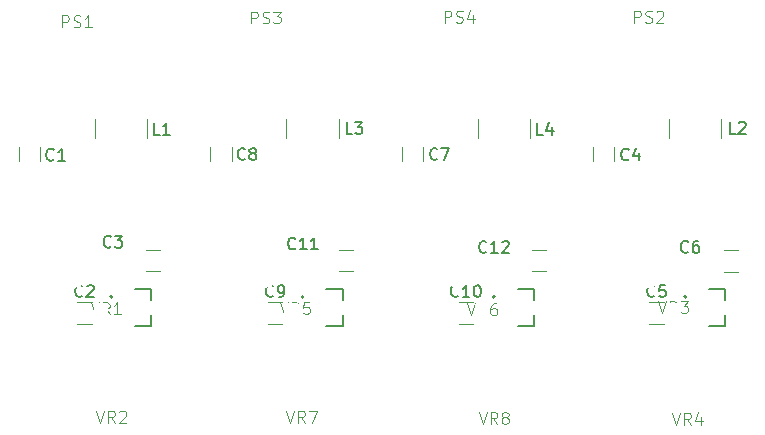
<source format=gbr>
%TF.GenerationSoftware,KiCad,Pcbnew,(5.1.4)-1*%
%TF.CreationDate,2022-10-13T23:08:16+01:00*%
%TF.ProjectId,LED_Quad,4c45445f-5175-4616-942e-6b696361645f,rev?*%
%TF.SameCoordinates,Original*%
%TF.FileFunction,Legend,Top*%
%TF.FilePolarity,Positive*%
%FSLAX46Y46*%
G04 Gerber Fmt 4.6, Leading zero omitted, Abs format (unit mm)*
G04 Created by KiCad (PCBNEW (5.1.4)-1) date 2022-10-13 23:08:16*
%MOMM*%
%LPD*%
G04 APERTURE LIST*
%ADD10C,0.127000*%
%ADD11C,0.200000*%
%ADD12C,0.120000*%
%ADD13C,0.015000*%
%ADD14C,0.150000*%
%ADD15C,3.500000*%
%ADD16C,2.000000*%
%ADD17R,3.500000X3.500000*%
%ADD18O,3.000000X5.000000*%
%ADD19O,5.000000X3.000000*%
%ADD20C,2.500000*%
%ADD21R,2.000000X2.000000*%
%ADD22R,1.240000X0.590000*%
%ADD23C,0.100000*%
%ADD24C,3.200000*%
%ADD25C,1.250000*%
G04 APERTURE END LIST*
D10*
X115811106Y-62315800D02*
X115811106Y-61376800D01*
X115811106Y-62315800D02*
X114411106Y-62315800D01*
X115811106Y-59197800D02*
X115811106Y-60136800D01*
X114411106Y-59197800D02*
X115811106Y-59197800D01*
D11*
X112501106Y-59856800D02*
G75*
G03X112501106Y-59856800I-100000J0D01*
G01*
D10*
X99609293Y-62315800D02*
X99609293Y-61376800D01*
X99609293Y-62315800D02*
X98209293Y-62315800D01*
X99609293Y-59197800D02*
X99609293Y-60136800D01*
X98209293Y-59197800D02*
X99609293Y-59197800D01*
D11*
X96299293Y-59856800D02*
G75*
G03X96299293Y-59856800I-100000J0D01*
G01*
D10*
X132012920Y-62315800D02*
X132012920Y-61376800D01*
X132012920Y-62315800D02*
X130612920Y-62315800D01*
X132012920Y-59197800D02*
X132012920Y-60136800D01*
X130612920Y-59197800D02*
X132012920Y-59197800D01*
D11*
X128702920Y-59856800D02*
G75*
G03X128702920Y-59856800I-100000J0D01*
G01*
D10*
X83407480Y-62315800D02*
X83407480Y-61376800D01*
X83407480Y-62315800D02*
X82007480Y-62315800D01*
X83407480Y-59197800D02*
X83407480Y-60136800D01*
X82007480Y-59197800D02*
X83407480Y-59197800D01*
D11*
X80097480Y-59856800D02*
G75*
G03X80097480Y-59856800I-100000J0D01*
G01*
D12*
X111033360Y-44785471D02*
X111033360Y-46380209D01*
X115453360Y-44785471D02*
X115453360Y-46380209D01*
X94833240Y-44785471D02*
X94833240Y-46380209D01*
X99253240Y-44785471D02*
X99253240Y-46380209D01*
X127233480Y-44785471D02*
X127233480Y-46380209D01*
X131653480Y-44785471D02*
X131653480Y-46380209D01*
X78633120Y-44785471D02*
X78633120Y-46380209D01*
X83053120Y-44785471D02*
X83053120Y-46380209D01*
X115630028Y-57704400D02*
X116834156Y-57704400D01*
X115630028Y-55884400D02*
X116834156Y-55884400D01*
X99299522Y-57704400D02*
X100503650Y-57704400D01*
X99299522Y-55884400D02*
X100503650Y-55884400D01*
X109422268Y-62144320D02*
X110626396Y-62144320D01*
X109422268Y-60324320D02*
X110626396Y-60324320D01*
X93279722Y-62144320D02*
X94483850Y-62144320D01*
X93279722Y-60324320D02*
X94483850Y-60324320D01*
X88387933Y-47160096D02*
X88387933Y-48364224D01*
X90207933Y-47160096D02*
X90207933Y-48364224D01*
X104584666Y-47160096D02*
X104584666Y-48364224D01*
X106404666Y-47160096D02*
X106404666Y-48364224D01*
X131853856Y-57714560D02*
X133057984Y-57714560D01*
X131853856Y-55894560D02*
X133057984Y-55894560D01*
X125564816Y-62144320D02*
X126768944Y-62144320D01*
X125564816Y-60324320D02*
X126768944Y-60324320D01*
X120781400Y-47160096D02*
X120781400Y-48364224D01*
X122601400Y-47160096D02*
X122601400Y-48364224D01*
X82969016Y-57704400D02*
X84173144Y-57704400D01*
X82969016Y-55884400D02*
X84173144Y-55884400D01*
X77137176Y-62144320D02*
X78341304Y-62144320D01*
X77137176Y-60324320D02*
X78341304Y-60324320D01*
X72191200Y-47160096D02*
X72191200Y-48364224D01*
X74011200Y-47160096D02*
X74011200Y-48364224D01*
D13*
X78751276Y-69505580D02*
X79084609Y-70505580D01*
X79417942Y-69505580D01*
X80322704Y-70505580D02*
X79989371Y-70029390D01*
X79751276Y-70505580D02*
X79751276Y-69505580D01*
X80132228Y-69505580D01*
X80227466Y-69553200D01*
X80275085Y-69600819D01*
X80322704Y-69696057D01*
X80322704Y-69838914D01*
X80275085Y-69934152D01*
X80227466Y-69981771D01*
X80132228Y-70029390D01*
X79751276Y-70029390D01*
X80703657Y-69600819D02*
X80751276Y-69553200D01*
X80846514Y-69505580D01*
X81084609Y-69505580D01*
X81179847Y-69553200D01*
X81227466Y-69600819D01*
X81275085Y-69696057D01*
X81275085Y-69791295D01*
X81227466Y-69934152D01*
X80656038Y-70505580D01*
X81275085Y-70505580D01*
X124282034Y-36637220D02*
X124282034Y-35637220D01*
X124662986Y-35637220D01*
X124758224Y-35684840D01*
X124805843Y-35732459D01*
X124853462Y-35827697D01*
X124853462Y-35970554D01*
X124805843Y-36065792D01*
X124758224Y-36113411D01*
X124662986Y-36161030D01*
X124282034Y-36161030D01*
X125234415Y-36589601D02*
X125377272Y-36637220D01*
X125615367Y-36637220D01*
X125710605Y-36589601D01*
X125758224Y-36541982D01*
X125805843Y-36446744D01*
X125805843Y-36351506D01*
X125758224Y-36256268D01*
X125710605Y-36208649D01*
X125615367Y-36161030D01*
X125424891Y-36113411D01*
X125329653Y-36065792D01*
X125282034Y-36018173D01*
X125234415Y-35922935D01*
X125234415Y-35827697D01*
X125282034Y-35732459D01*
X125329653Y-35684840D01*
X125424891Y-35637220D01*
X125662986Y-35637220D01*
X125805843Y-35684840D01*
X126186796Y-35732459D02*
X126234415Y-35684840D01*
X126329653Y-35637220D01*
X126567748Y-35637220D01*
X126662986Y-35684840D01*
X126710605Y-35732459D01*
X126758224Y-35827697D01*
X126758224Y-35922935D01*
X126710605Y-36065792D01*
X126139177Y-36637220D01*
X126758224Y-36637220D01*
X108244474Y-36627060D02*
X108244474Y-35627060D01*
X108625426Y-35627060D01*
X108720664Y-35674680D01*
X108768283Y-35722299D01*
X108815902Y-35817537D01*
X108815902Y-35960394D01*
X108768283Y-36055632D01*
X108720664Y-36103251D01*
X108625426Y-36150870D01*
X108244474Y-36150870D01*
X109196855Y-36579441D02*
X109339712Y-36627060D01*
X109577807Y-36627060D01*
X109673045Y-36579441D01*
X109720664Y-36531822D01*
X109768283Y-36436584D01*
X109768283Y-36341346D01*
X109720664Y-36246108D01*
X109673045Y-36198489D01*
X109577807Y-36150870D01*
X109387331Y-36103251D01*
X109292093Y-36055632D01*
X109244474Y-36008013D01*
X109196855Y-35912775D01*
X109196855Y-35817537D01*
X109244474Y-35722299D01*
X109292093Y-35674680D01*
X109387331Y-35627060D01*
X109625426Y-35627060D01*
X109768283Y-35674680D01*
X110625426Y-35960394D02*
X110625426Y-36627060D01*
X110387331Y-35579441D02*
X110149236Y-36293727D01*
X110768283Y-36293727D01*
X91866554Y-36703260D02*
X91866554Y-35703260D01*
X92247506Y-35703260D01*
X92342744Y-35750880D01*
X92390363Y-35798499D01*
X92437982Y-35893737D01*
X92437982Y-36036594D01*
X92390363Y-36131832D01*
X92342744Y-36179451D01*
X92247506Y-36227070D01*
X91866554Y-36227070D01*
X92818935Y-36655641D02*
X92961792Y-36703260D01*
X93199887Y-36703260D01*
X93295125Y-36655641D01*
X93342744Y-36608022D01*
X93390363Y-36512784D01*
X93390363Y-36417546D01*
X93342744Y-36322308D01*
X93295125Y-36274689D01*
X93199887Y-36227070D01*
X93009411Y-36179451D01*
X92914173Y-36131832D01*
X92866554Y-36084213D01*
X92818935Y-35988975D01*
X92818935Y-35893737D01*
X92866554Y-35798499D01*
X92914173Y-35750880D01*
X93009411Y-35703260D01*
X93247506Y-35703260D01*
X93390363Y-35750880D01*
X93723697Y-35703260D02*
X94342744Y-35703260D01*
X94009411Y-36084213D01*
X94152268Y-36084213D01*
X94247506Y-36131832D01*
X94295125Y-36179451D01*
X94342744Y-36274689D01*
X94342744Y-36512784D01*
X94295125Y-36608022D01*
X94247506Y-36655641D01*
X94152268Y-36703260D01*
X93866554Y-36703260D01*
X93771316Y-36655641D01*
X93723697Y-36608022D01*
X75864554Y-37023300D02*
X75864554Y-36023300D01*
X76245506Y-36023300D01*
X76340744Y-36070920D01*
X76388363Y-36118539D01*
X76435982Y-36213777D01*
X76435982Y-36356634D01*
X76388363Y-36451872D01*
X76340744Y-36499491D01*
X76245506Y-36547110D01*
X75864554Y-36547110D01*
X76816935Y-36975681D02*
X76959792Y-37023300D01*
X77197887Y-37023300D01*
X77293125Y-36975681D01*
X77340744Y-36928062D01*
X77388363Y-36832824D01*
X77388363Y-36737586D01*
X77340744Y-36642348D01*
X77293125Y-36594729D01*
X77197887Y-36547110D01*
X77007411Y-36499491D01*
X76912173Y-36451872D01*
X76864554Y-36404253D01*
X76816935Y-36309015D01*
X76816935Y-36213777D01*
X76864554Y-36118539D01*
X76912173Y-36070920D01*
X77007411Y-36023300D01*
X77245506Y-36023300D01*
X77388363Y-36070920D01*
X78340744Y-37023300D02*
X77769316Y-37023300D01*
X78055030Y-37023300D02*
X78055030Y-36023300D01*
X77959792Y-36166158D01*
X77864554Y-36261396D01*
X77769316Y-36309015D01*
X111126116Y-69622420D02*
X111459449Y-70622420D01*
X111792782Y-69622420D01*
X112697544Y-70622420D02*
X112364211Y-70146230D01*
X112126116Y-70622420D02*
X112126116Y-69622420D01*
X112507068Y-69622420D01*
X112602306Y-69670040D01*
X112649925Y-69717659D01*
X112697544Y-69812897D01*
X112697544Y-69955754D01*
X112649925Y-70050992D01*
X112602306Y-70098611D01*
X112507068Y-70146230D01*
X112126116Y-70146230D01*
X113268973Y-70050992D02*
X113173735Y-70003373D01*
X113126116Y-69955754D01*
X113078497Y-69860516D01*
X113078497Y-69812897D01*
X113126116Y-69717659D01*
X113173735Y-69670040D01*
X113268973Y-69622420D01*
X113459449Y-69622420D01*
X113554687Y-69670040D01*
X113602306Y-69717659D01*
X113649925Y-69812897D01*
X113649925Y-69860516D01*
X113602306Y-69955754D01*
X113554687Y-70003373D01*
X113459449Y-70050992D01*
X113268973Y-70050992D01*
X113173735Y-70098611D01*
X113126116Y-70146230D01*
X113078497Y-70241468D01*
X113078497Y-70431944D01*
X113126116Y-70527182D01*
X113173735Y-70574801D01*
X113268973Y-70622420D01*
X113459449Y-70622420D01*
X113554687Y-70574801D01*
X113602306Y-70527182D01*
X113649925Y-70431944D01*
X113649925Y-70241468D01*
X113602306Y-70146230D01*
X113554687Y-70098611D01*
X113459449Y-70050992D01*
X94839636Y-69500500D02*
X95172969Y-70500500D01*
X95506302Y-69500500D01*
X96411064Y-70500500D02*
X96077731Y-70024310D01*
X95839636Y-70500500D02*
X95839636Y-69500500D01*
X96220588Y-69500500D01*
X96315826Y-69548120D01*
X96363445Y-69595739D01*
X96411064Y-69690977D01*
X96411064Y-69833834D01*
X96363445Y-69929072D01*
X96315826Y-69976691D01*
X96220588Y-70024310D01*
X95839636Y-70024310D01*
X96744398Y-69500500D02*
X97411064Y-69500500D01*
X96982493Y-70500500D01*
X110159222Y-60412380D02*
X110492555Y-61412380D01*
X110825888Y-60412380D01*
X111730650Y-61412380D02*
X111397317Y-60936190D01*
X111159222Y-61412380D02*
X111159222Y-60412380D01*
X111540174Y-60412380D01*
X111635412Y-60460000D01*
X111683031Y-60507619D01*
X111730650Y-60602857D01*
X111730650Y-60745714D01*
X111683031Y-60840952D01*
X111635412Y-60888571D01*
X111540174Y-60936190D01*
X111159222Y-60936190D01*
X112587793Y-60412380D02*
X112397317Y-60412380D01*
X112302079Y-60460000D01*
X112254460Y-60507619D01*
X112159222Y-60650476D01*
X112111603Y-60840952D01*
X112111603Y-61221904D01*
X112159222Y-61317142D01*
X112206841Y-61364761D01*
X112302079Y-61412380D01*
X112492555Y-61412380D01*
X112587793Y-61364761D01*
X112635412Y-61317142D01*
X112683031Y-61221904D01*
X112683031Y-60983809D01*
X112635412Y-60888571D01*
X112587793Y-60840952D01*
X112492555Y-60793333D01*
X112302079Y-60793333D01*
X112206841Y-60840952D01*
X112159222Y-60888571D01*
X112111603Y-60983809D01*
X94287609Y-60290460D02*
X94620942Y-61290460D01*
X94954275Y-60290460D01*
X95859037Y-61290460D02*
X95525704Y-60814270D01*
X95287609Y-61290460D02*
X95287609Y-60290460D01*
X95668561Y-60290460D01*
X95763799Y-60338080D01*
X95811418Y-60385699D01*
X95859037Y-60480937D01*
X95859037Y-60623794D01*
X95811418Y-60719032D01*
X95763799Y-60766651D01*
X95668561Y-60814270D01*
X95287609Y-60814270D01*
X96763799Y-60290460D02*
X96287609Y-60290460D01*
X96239990Y-60766651D01*
X96287609Y-60719032D01*
X96382847Y-60671413D01*
X96620942Y-60671413D01*
X96716180Y-60719032D01*
X96763799Y-60766651D01*
X96811418Y-60861889D01*
X96811418Y-61099984D01*
X96763799Y-61195222D01*
X96716180Y-61242841D01*
X96620942Y-61290460D01*
X96382847Y-61290460D01*
X96287609Y-61242841D01*
X96239990Y-61195222D01*
X127509116Y-69663060D02*
X127842449Y-70663060D01*
X128175782Y-69663060D01*
X129080544Y-70663060D02*
X128747211Y-70186870D01*
X128509116Y-70663060D02*
X128509116Y-69663060D01*
X128890068Y-69663060D01*
X128985306Y-69710680D01*
X129032925Y-69758299D01*
X129080544Y-69853537D01*
X129080544Y-69996394D01*
X129032925Y-70091632D01*
X128985306Y-70139251D01*
X128890068Y-70186870D01*
X128509116Y-70186870D01*
X129937687Y-69996394D02*
X129937687Y-70663060D01*
X129699592Y-69615441D02*
X129461497Y-70329727D01*
X130080544Y-70329727D01*
X126300076Y-60224420D02*
X126633409Y-61224420D01*
X126966742Y-60224420D01*
X127871504Y-61224420D02*
X127538171Y-60748230D01*
X127300076Y-61224420D02*
X127300076Y-60224420D01*
X127681028Y-60224420D01*
X127776266Y-60272040D01*
X127823885Y-60319659D01*
X127871504Y-60414897D01*
X127871504Y-60557754D01*
X127823885Y-60652992D01*
X127776266Y-60700611D01*
X127681028Y-60748230D01*
X127300076Y-60748230D01*
X128204838Y-60224420D02*
X128823885Y-60224420D01*
X128490552Y-60605373D01*
X128633409Y-60605373D01*
X128728647Y-60652992D01*
X128776266Y-60700611D01*
X128823885Y-60795849D01*
X128823885Y-61033944D01*
X128776266Y-61129182D01*
X128728647Y-61176801D01*
X128633409Y-61224420D01*
X128347695Y-61224420D01*
X128252457Y-61176801D01*
X128204838Y-61129182D01*
X78288996Y-60326020D02*
X78622329Y-61326020D01*
X78955662Y-60326020D01*
X79860424Y-61326020D02*
X79527091Y-60849830D01*
X79288996Y-61326020D02*
X79288996Y-60326020D01*
X79669948Y-60326020D01*
X79765186Y-60373640D01*
X79812805Y-60421259D01*
X79860424Y-60516497D01*
X79860424Y-60659354D01*
X79812805Y-60754592D01*
X79765186Y-60802211D01*
X79669948Y-60849830D01*
X79288996Y-60849830D01*
X80812805Y-61326020D02*
X80241377Y-61326020D01*
X80527091Y-61326020D02*
X80527091Y-60326020D01*
X80431853Y-60468878D01*
X80336615Y-60564116D01*
X80241377Y-60611735D01*
D14*
X116566653Y-46126660D02*
X116090462Y-46126660D01*
X116090462Y-45126660D01*
X117328558Y-45459994D02*
X117328558Y-46126660D01*
X117090462Y-45079041D02*
X116852367Y-45793327D01*
X117471415Y-45793327D01*
X100417333Y-46055540D02*
X99941142Y-46055540D01*
X99941142Y-45055540D01*
X100655428Y-45055540D02*
X101274476Y-45055540D01*
X100941142Y-45436493D01*
X101084000Y-45436493D01*
X101179238Y-45484112D01*
X101226857Y-45531731D01*
X101274476Y-45626969D01*
X101274476Y-45865064D01*
X101226857Y-45960302D01*
X101179238Y-46007921D01*
X101084000Y-46055540D01*
X100798285Y-46055540D01*
X100703047Y-46007921D01*
X100655428Y-45960302D01*
X132863293Y-46040300D02*
X132387102Y-46040300D01*
X132387102Y-45040300D01*
X133149007Y-45135539D02*
X133196626Y-45087920D01*
X133291864Y-45040300D01*
X133529960Y-45040300D01*
X133625198Y-45087920D01*
X133672817Y-45135539D01*
X133720436Y-45230777D01*
X133720436Y-45326015D01*
X133672817Y-45468872D01*
X133101388Y-46040300D01*
X133720436Y-46040300D01*
X84100373Y-46131740D02*
X83624182Y-46131740D01*
X83624182Y-45131740D01*
X84957516Y-46131740D02*
X84386087Y-46131740D01*
X84671801Y-46131740D02*
X84671801Y-45131740D01*
X84576563Y-45274598D01*
X84481325Y-45369836D01*
X84386087Y-45417455D01*
X111774154Y-56033942D02*
X111726535Y-56081561D01*
X111583678Y-56129180D01*
X111488440Y-56129180D01*
X111345583Y-56081561D01*
X111250345Y-55986323D01*
X111202726Y-55891085D01*
X111155107Y-55700609D01*
X111155107Y-55557752D01*
X111202726Y-55367276D01*
X111250345Y-55272038D01*
X111345583Y-55176800D01*
X111488440Y-55129180D01*
X111583678Y-55129180D01*
X111726535Y-55176800D01*
X111774154Y-55224419D01*
X112726535Y-56129180D02*
X112155107Y-56129180D01*
X112440821Y-56129180D02*
X112440821Y-55129180D01*
X112345583Y-55272038D01*
X112250345Y-55367276D01*
X112155107Y-55414895D01*
X113107488Y-55224419D02*
X113155107Y-55176800D01*
X113250345Y-55129180D01*
X113488440Y-55129180D01*
X113583678Y-55176800D01*
X113631297Y-55224419D01*
X113678916Y-55319657D01*
X113678916Y-55414895D01*
X113631297Y-55557752D01*
X113059869Y-56129180D01*
X113678916Y-56129180D01*
X95590968Y-55734222D02*
X95543349Y-55781841D01*
X95400492Y-55829460D01*
X95305254Y-55829460D01*
X95162397Y-55781841D01*
X95067159Y-55686603D01*
X95019540Y-55591365D01*
X94971921Y-55400889D01*
X94971921Y-55258032D01*
X95019540Y-55067556D01*
X95067159Y-54972318D01*
X95162397Y-54877080D01*
X95305254Y-54829460D01*
X95400492Y-54829460D01*
X95543349Y-54877080D01*
X95590968Y-54924699D01*
X96543349Y-55829460D02*
X95971921Y-55829460D01*
X96257635Y-55829460D02*
X96257635Y-54829460D01*
X96162397Y-54972318D01*
X96067159Y-55067556D01*
X95971921Y-55115175D01*
X97495730Y-55829460D02*
X96924302Y-55829460D01*
X97210016Y-55829460D02*
X97210016Y-54829460D01*
X97114778Y-54972318D01*
X97019540Y-55067556D01*
X96924302Y-55115175D01*
X109381474Y-59771462D02*
X109333855Y-59819081D01*
X109190998Y-59866700D01*
X109095760Y-59866700D01*
X108952903Y-59819081D01*
X108857665Y-59723843D01*
X108810046Y-59628605D01*
X108762427Y-59438129D01*
X108762427Y-59295272D01*
X108810046Y-59104796D01*
X108857665Y-59009558D01*
X108952903Y-58914320D01*
X109095760Y-58866700D01*
X109190998Y-58866700D01*
X109333855Y-58914320D01*
X109381474Y-58961939D01*
X110333855Y-59866700D02*
X109762427Y-59866700D01*
X110048141Y-59866700D02*
X110048141Y-58866700D01*
X109952903Y-59009558D01*
X109857665Y-59104796D01*
X109762427Y-59152415D01*
X110952903Y-58866700D02*
X111048141Y-58866700D01*
X111143379Y-58914320D01*
X111190998Y-58961939D01*
X111238617Y-59057177D01*
X111286236Y-59247653D01*
X111286236Y-59485748D01*
X111238617Y-59676224D01*
X111190998Y-59771462D01*
X111143379Y-59819081D01*
X111048141Y-59866700D01*
X110952903Y-59866700D01*
X110857665Y-59819081D01*
X110810046Y-59771462D01*
X110762427Y-59676224D01*
X110714808Y-59485748D01*
X110714808Y-59247653D01*
X110762427Y-59057177D01*
X110810046Y-58961939D01*
X110857665Y-58914320D01*
X110952903Y-58866700D01*
X93715119Y-59771462D02*
X93667500Y-59819081D01*
X93524643Y-59866700D01*
X93429405Y-59866700D01*
X93286547Y-59819081D01*
X93191309Y-59723843D01*
X93143690Y-59628605D01*
X93096071Y-59438129D01*
X93096071Y-59295272D01*
X93143690Y-59104796D01*
X93191309Y-59009558D01*
X93286547Y-58914320D01*
X93429405Y-58866700D01*
X93524643Y-58866700D01*
X93667500Y-58914320D01*
X93715119Y-58961939D01*
X94191309Y-59866700D02*
X94381786Y-59866700D01*
X94477024Y-59819081D01*
X94524643Y-59771462D01*
X94619881Y-59628605D01*
X94667500Y-59438129D01*
X94667500Y-59057177D01*
X94619881Y-58961939D01*
X94572262Y-58914320D01*
X94477024Y-58866700D01*
X94286547Y-58866700D01*
X94191309Y-58914320D01*
X94143690Y-58961939D01*
X94096071Y-59057177D01*
X94096071Y-59295272D01*
X94143690Y-59390510D01*
X94191309Y-59438129D01*
X94286547Y-59485748D01*
X94477024Y-59485748D01*
X94572262Y-59438129D01*
X94619881Y-59390510D01*
X94667500Y-59295272D01*
X91325826Y-48175182D02*
X91278207Y-48222801D01*
X91135350Y-48270420D01*
X91040112Y-48270420D01*
X90897254Y-48222801D01*
X90802016Y-48127563D01*
X90754397Y-48032325D01*
X90706778Y-47841849D01*
X90706778Y-47698992D01*
X90754397Y-47508516D01*
X90802016Y-47413278D01*
X90897254Y-47318040D01*
X91040112Y-47270420D01*
X91135350Y-47270420D01*
X91278207Y-47318040D01*
X91325826Y-47365659D01*
X91897254Y-47698992D02*
X91802016Y-47651373D01*
X91754397Y-47603754D01*
X91706778Y-47508516D01*
X91706778Y-47460897D01*
X91754397Y-47365659D01*
X91802016Y-47318040D01*
X91897254Y-47270420D01*
X92087731Y-47270420D01*
X92182969Y-47318040D01*
X92230588Y-47365659D01*
X92278207Y-47460897D01*
X92278207Y-47508516D01*
X92230588Y-47603754D01*
X92182969Y-47651373D01*
X92087731Y-47698992D01*
X91897254Y-47698992D01*
X91802016Y-47746611D01*
X91754397Y-47794230D01*
X91706778Y-47889468D01*
X91706778Y-48079944D01*
X91754397Y-48175182D01*
X91802016Y-48222801D01*
X91897254Y-48270420D01*
X92087731Y-48270420D01*
X92182969Y-48222801D01*
X92230588Y-48175182D01*
X92278207Y-48079944D01*
X92278207Y-47889468D01*
X92230588Y-47794230D01*
X92182969Y-47746611D01*
X92087731Y-47698992D01*
X107613999Y-48170102D02*
X107566380Y-48217721D01*
X107423523Y-48265340D01*
X107328285Y-48265340D01*
X107185427Y-48217721D01*
X107090189Y-48122483D01*
X107042570Y-48027245D01*
X106994951Y-47836769D01*
X106994951Y-47693912D01*
X107042570Y-47503436D01*
X107090189Y-47408198D01*
X107185427Y-47312960D01*
X107328285Y-47265340D01*
X107423523Y-47265340D01*
X107566380Y-47312960D01*
X107613999Y-47360579D01*
X107947332Y-47265340D02*
X108613999Y-47265340D01*
X108185427Y-48265340D01*
X128855173Y-56013622D02*
X128807554Y-56061241D01*
X128664697Y-56108860D01*
X128569459Y-56108860D01*
X128426601Y-56061241D01*
X128331363Y-55966003D01*
X128283744Y-55870765D01*
X128236125Y-55680289D01*
X128236125Y-55537432D01*
X128283744Y-55346956D01*
X128331363Y-55251718D01*
X128426601Y-55156480D01*
X128569459Y-55108860D01*
X128664697Y-55108860D01*
X128807554Y-55156480D01*
X128855173Y-55204099D01*
X129712316Y-55108860D02*
X129521840Y-55108860D01*
X129426601Y-55156480D01*
X129378982Y-55204099D01*
X129283744Y-55346956D01*
X129236125Y-55537432D01*
X129236125Y-55918384D01*
X129283744Y-56013622D01*
X129331363Y-56061241D01*
X129426601Y-56108860D01*
X129617078Y-56108860D01*
X129712316Y-56061241D01*
X129759935Y-56013622D01*
X129807554Y-55918384D01*
X129807554Y-55680289D01*
X129759935Y-55585051D01*
X129712316Y-55537432D01*
X129617078Y-55489813D01*
X129426601Y-55489813D01*
X129331363Y-55537432D01*
X129283744Y-55585051D01*
X129236125Y-55680289D01*
X126000213Y-59771462D02*
X125952594Y-59819081D01*
X125809737Y-59866700D01*
X125714499Y-59866700D01*
X125571641Y-59819081D01*
X125476403Y-59723843D01*
X125428784Y-59628605D01*
X125381165Y-59438129D01*
X125381165Y-59295272D01*
X125428784Y-59104796D01*
X125476403Y-59009558D01*
X125571641Y-58914320D01*
X125714499Y-58866700D01*
X125809737Y-58866700D01*
X125952594Y-58914320D01*
X126000213Y-58961939D01*
X126904975Y-58866700D02*
X126428784Y-58866700D01*
X126381165Y-59342891D01*
X126428784Y-59295272D01*
X126524022Y-59247653D01*
X126762118Y-59247653D01*
X126857356Y-59295272D01*
X126904975Y-59342891D01*
X126952594Y-59438129D01*
X126952594Y-59676224D01*
X126904975Y-59771462D01*
X126857356Y-59819081D01*
X126762118Y-59866700D01*
X126524022Y-59866700D01*
X126428784Y-59819081D01*
X126381165Y-59771462D01*
X123810733Y-48205662D02*
X123763114Y-48253281D01*
X123620257Y-48300900D01*
X123525019Y-48300900D01*
X123382161Y-48253281D01*
X123286923Y-48158043D01*
X123239304Y-48062805D01*
X123191685Y-47872329D01*
X123191685Y-47729472D01*
X123239304Y-47538996D01*
X123286923Y-47443758D01*
X123382161Y-47348520D01*
X123525019Y-47300900D01*
X123620257Y-47300900D01*
X123763114Y-47348520D01*
X123810733Y-47396139D01*
X124667876Y-47634234D02*
X124667876Y-48300900D01*
X124429780Y-47253281D02*
X124191685Y-47967567D01*
X124810733Y-47967567D01*
X79985573Y-55581822D02*
X79937954Y-55629441D01*
X79795097Y-55677060D01*
X79699859Y-55677060D01*
X79557001Y-55629441D01*
X79461763Y-55534203D01*
X79414144Y-55438965D01*
X79366525Y-55248489D01*
X79366525Y-55105632D01*
X79414144Y-54915156D01*
X79461763Y-54819918D01*
X79557001Y-54724680D01*
X79699859Y-54677060D01*
X79795097Y-54677060D01*
X79937954Y-54724680D01*
X79985573Y-54772299D01*
X80318906Y-54677060D02*
X80937954Y-54677060D01*
X80604620Y-55058013D01*
X80747478Y-55058013D01*
X80842716Y-55105632D01*
X80890335Y-55153251D01*
X80937954Y-55248489D01*
X80937954Y-55486584D01*
X80890335Y-55581822D01*
X80842716Y-55629441D01*
X80747478Y-55677060D01*
X80461763Y-55677060D01*
X80366525Y-55629441D01*
X80318906Y-55581822D01*
X77572573Y-59771462D02*
X77524954Y-59819081D01*
X77382097Y-59866700D01*
X77286859Y-59866700D01*
X77144001Y-59819081D01*
X77048763Y-59723843D01*
X77001144Y-59628605D01*
X76953525Y-59438129D01*
X76953525Y-59295272D01*
X77001144Y-59104796D01*
X77048763Y-59009558D01*
X77144001Y-58914320D01*
X77286859Y-58866700D01*
X77382097Y-58866700D01*
X77524954Y-58914320D01*
X77572573Y-58961939D01*
X77953525Y-58961939D02*
X78001144Y-58914320D01*
X78096382Y-58866700D01*
X78334478Y-58866700D01*
X78429716Y-58914320D01*
X78477335Y-58961939D01*
X78524954Y-59057177D01*
X78524954Y-59152415D01*
X78477335Y-59295272D01*
X77905906Y-59866700D01*
X78524954Y-59866700D01*
X75134173Y-48220902D02*
X75086554Y-48268521D01*
X74943697Y-48316140D01*
X74848459Y-48316140D01*
X74705601Y-48268521D01*
X74610363Y-48173283D01*
X74562744Y-48078045D01*
X74515125Y-47887569D01*
X74515125Y-47744712D01*
X74562744Y-47554236D01*
X74610363Y-47458998D01*
X74705601Y-47363760D01*
X74848459Y-47316140D01*
X74943697Y-47316140D01*
X75086554Y-47363760D01*
X75134173Y-47411379D01*
X76086554Y-48316140D02*
X75515125Y-48316140D01*
X75800840Y-48316140D02*
X75800840Y-47316140D01*
X75705601Y-47458998D01*
X75610363Y-47554236D01*
X75515125Y-47601855D01*
%LPC*%
D15*
X81235000Y-65064400D03*
X72435000Y-65064400D03*
D16*
X79335000Y-58064400D03*
X76835000Y-58064400D03*
X74335000Y-58064400D03*
D15*
X123047760Y-27365960D03*
D17*
X128127760Y-27365960D03*
D15*
X106861186Y-27391360D03*
D17*
X111941186Y-27391360D03*
D15*
X90674613Y-27391360D03*
D17*
X95754613Y-27391360D03*
D15*
X74488040Y-27391360D03*
D17*
X79568040Y-27391360D03*
D18*
X142891240Y-30538160D03*
D19*
X138191240Y-27538160D03*
X138191240Y-33538160D03*
D20*
X121726880Y-35501880D03*
D16*
X121726880Y-53281880D03*
X124266880Y-53281880D03*
X126806880Y-53281880D03*
D21*
X129346880Y-53281880D03*
D20*
X129346880Y-35501880D03*
X105521680Y-35501880D03*
D16*
X105521680Y-53281880D03*
X108061680Y-53281880D03*
X110601680Y-53281880D03*
D21*
X113141680Y-53281880D03*
D20*
X113141680Y-35501880D03*
X89316480Y-35501880D03*
D16*
X89316480Y-53281880D03*
X91856480Y-53281880D03*
X94396480Y-53281880D03*
D21*
X96936480Y-53281880D03*
D20*
X96936480Y-35501880D03*
X73111280Y-35501880D03*
D16*
X73111280Y-53281880D03*
X75651280Y-53281880D03*
X78191280Y-53281880D03*
D21*
X80731280Y-53281880D03*
D20*
X80731280Y-35501880D03*
D15*
X113699586Y-65064400D03*
X104899586Y-65064400D03*
D16*
X111799586Y-58064400D03*
X109299586Y-58064400D03*
X106799586Y-58064400D03*
D15*
X97467293Y-65064400D03*
X88667293Y-65064400D03*
D16*
X95567293Y-58064400D03*
X93067293Y-58064400D03*
X90567293Y-58064400D03*
D22*
X116166106Y-60756800D03*
X114056106Y-61706800D03*
X114056106Y-59806800D03*
X99964293Y-60756800D03*
X97854293Y-61706800D03*
X97854293Y-59806800D03*
D15*
X129931880Y-65064400D03*
X121131880Y-65064400D03*
D16*
X128031880Y-58064400D03*
X125531880Y-58064400D03*
X123031880Y-58064400D03*
D22*
X132367920Y-60756800D03*
X130257920Y-61706800D03*
X130257920Y-59806800D03*
X83762480Y-60756800D03*
X81652480Y-61706800D03*
X81652480Y-59806800D03*
D23*
G36*
X115242864Y-46584044D02*
G01*
X115267133Y-46587644D01*
X115290931Y-46593605D01*
X115314031Y-46601870D01*
X115336209Y-46612360D01*
X115357253Y-46624973D01*
X115376958Y-46639587D01*
X115395137Y-46656063D01*
X115411613Y-46674242D01*
X115426227Y-46693947D01*
X115438840Y-46714991D01*
X115449330Y-46737169D01*
X115457595Y-46760269D01*
X115463556Y-46784067D01*
X115467156Y-46808336D01*
X115468360Y-46832840D01*
X115468360Y-49532840D01*
X115467156Y-49557344D01*
X115463556Y-49581613D01*
X115457595Y-49605411D01*
X115449330Y-49628511D01*
X115438840Y-49650689D01*
X115426227Y-49671733D01*
X115411613Y-49691438D01*
X115395137Y-49709617D01*
X115376958Y-49726093D01*
X115357253Y-49740707D01*
X115336209Y-49753320D01*
X115314031Y-49763810D01*
X115290931Y-49772075D01*
X115267133Y-49778036D01*
X115242864Y-49781636D01*
X115218360Y-49782840D01*
X111268360Y-49782840D01*
X111243856Y-49781636D01*
X111219587Y-49778036D01*
X111195789Y-49772075D01*
X111172689Y-49763810D01*
X111150511Y-49753320D01*
X111129467Y-49740707D01*
X111109762Y-49726093D01*
X111091583Y-49709617D01*
X111075107Y-49691438D01*
X111060493Y-49671733D01*
X111047880Y-49650689D01*
X111037390Y-49628511D01*
X111029125Y-49605411D01*
X111023164Y-49581613D01*
X111019564Y-49557344D01*
X111018360Y-49532840D01*
X111018360Y-46832840D01*
X111019564Y-46808336D01*
X111023164Y-46784067D01*
X111029125Y-46760269D01*
X111037390Y-46737169D01*
X111047880Y-46714991D01*
X111060493Y-46693947D01*
X111075107Y-46674242D01*
X111091583Y-46656063D01*
X111109762Y-46639587D01*
X111129467Y-46624973D01*
X111150511Y-46612360D01*
X111172689Y-46601870D01*
X111195789Y-46593605D01*
X111219587Y-46587644D01*
X111243856Y-46584044D01*
X111268360Y-46582840D01*
X115218360Y-46582840D01*
X115242864Y-46584044D01*
X115242864Y-46584044D01*
G37*
D24*
X113243360Y-48182840D03*
D23*
G36*
X115242864Y-41384044D02*
G01*
X115267133Y-41387644D01*
X115290931Y-41393605D01*
X115314031Y-41401870D01*
X115336209Y-41412360D01*
X115357253Y-41424973D01*
X115376958Y-41439587D01*
X115395137Y-41456063D01*
X115411613Y-41474242D01*
X115426227Y-41493947D01*
X115438840Y-41514991D01*
X115449330Y-41537169D01*
X115457595Y-41560269D01*
X115463556Y-41584067D01*
X115467156Y-41608336D01*
X115468360Y-41632840D01*
X115468360Y-44332840D01*
X115467156Y-44357344D01*
X115463556Y-44381613D01*
X115457595Y-44405411D01*
X115449330Y-44428511D01*
X115438840Y-44450689D01*
X115426227Y-44471733D01*
X115411613Y-44491438D01*
X115395137Y-44509617D01*
X115376958Y-44526093D01*
X115357253Y-44540707D01*
X115336209Y-44553320D01*
X115314031Y-44563810D01*
X115290931Y-44572075D01*
X115267133Y-44578036D01*
X115242864Y-44581636D01*
X115218360Y-44582840D01*
X111268360Y-44582840D01*
X111243856Y-44581636D01*
X111219587Y-44578036D01*
X111195789Y-44572075D01*
X111172689Y-44563810D01*
X111150511Y-44553320D01*
X111129467Y-44540707D01*
X111109762Y-44526093D01*
X111091583Y-44509617D01*
X111075107Y-44491438D01*
X111060493Y-44471733D01*
X111047880Y-44450689D01*
X111037390Y-44428511D01*
X111029125Y-44405411D01*
X111023164Y-44381613D01*
X111019564Y-44357344D01*
X111018360Y-44332840D01*
X111018360Y-41632840D01*
X111019564Y-41608336D01*
X111023164Y-41584067D01*
X111029125Y-41560269D01*
X111037390Y-41537169D01*
X111047880Y-41514991D01*
X111060493Y-41493947D01*
X111075107Y-41474242D01*
X111091583Y-41456063D01*
X111109762Y-41439587D01*
X111129467Y-41424973D01*
X111150511Y-41412360D01*
X111172689Y-41401870D01*
X111195789Y-41393605D01*
X111219587Y-41387644D01*
X111243856Y-41384044D01*
X111268360Y-41382840D01*
X115218360Y-41382840D01*
X115242864Y-41384044D01*
X115242864Y-41384044D01*
G37*
D24*
X113243360Y-42982840D03*
D23*
G36*
X99042744Y-46584044D02*
G01*
X99067013Y-46587644D01*
X99090811Y-46593605D01*
X99113911Y-46601870D01*
X99136089Y-46612360D01*
X99157133Y-46624973D01*
X99176838Y-46639587D01*
X99195017Y-46656063D01*
X99211493Y-46674242D01*
X99226107Y-46693947D01*
X99238720Y-46714991D01*
X99249210Y-46737169D01*
X99257475Y-46760269D01*
X99263436Y-46784067D01*
X99267036Y-46808336D01*
X99268240Y-46832840D01*
X99268240Y-49532840D01*
X99267036Y-49557344D01*
X99263436Y-49581613D01*
X99257475Y-49605411D01*
X99249210Y-49628511D01*
X99238720Y-49650689D01*
X99226107Y-49671733D01*
X99211493Y-49691438D01*
X99195017Y-49709617D01*
X99176838Y-49726093D01*
X99157133Y-49740707D01*
X99136089Y-49753320D01*
X99113911Y-49763810D01*
X99090811Y-49772075D01*
X99067013Y-49778036D01*
X99042744Y-49781636D01*
X99018240Y-49782840D01*
X95068240Y-49782840D01*
X95043736Y-49781636D01*
X95019467Y-49778036D01*
X94995669Y-49772075D01*
X94972569Y-49763810D01*
X94950391Y-49753320D01*
X94929347Y-49740707D01*
X94909642Y-49726093D01*
X94891463Y-49709617D01*
X94874987Y-49691438D01*
X94860373Y-49671733D01*
X94847760Y-49650689D01*
X94837270Y-49628511D01*
X94829005Y-49605411D01*
X94823044Y-49581613D01*
X94819444Y-49557344D01*
X94818240Y-49532840D01*
X94818240Y-46832840D01*
X94819444Y-46808336D01*
X94823044Y-46784067D01*
X94829005Y-46760269D01*
X94837270Y-46737169D01*
X94847760Y-46714991D01*
X94860373Y-46693947D01*
X94874987Y-46674242D01*
X94891463Y-46656063D01*
X94909642Y-46639587D01*
X94929347Y-46624973D01*
X94950391Y-46612360D01*
X94972569Y-46601870D01*
X94995669Y-46593605D01*
X95019467Y-46587644D01*
X95043736Y-46584044D01*
X95068240Y-46582840D01*
X99018240Y-46582840D01*
X99042744Y-46584044D01*
X99042744Y-46584044D01*
G37*
D24*
X97043240Y-48182840D03*
D23*
G36*
X99042744Y-41384044D02*
G01*
X99067013Y-41387644D01*
X99090811Y-41393605D01*
X99113911Y-41401870D01*
X99136089Y-41412360D01*
X99157133Y-41424973D01*
X99176838Y-41439587D01*
X99195017Y-41456063D01*
X99211493Y-41474242D01*
X99226107Y-41493947D01*
X99238720Y-41514991D01*
X99249210Y-41537169D01*
X99257475Y-41560269D01*
X99263436Y-41584067D01*
X99267036Y-41608336D01*
X99268240Y-41632840D01*
X99268240Y-44332840D01*
X99267036Y-44357344D01*
X99263436Y-44381613D01*
X99257475Y-44405411D01*
X99249210Y-44428511D01*
X99238720Y-44450689D01*
X99226107Y-44471733D01*
X99211493Y-44491438D01*
X99195017Y-44509617D01*
X99176838Y-44526093D01*
X99157133Y-44540707D01*
X99136089Y-44553320D01*
X99113911Y-44563810D01*
X99090811Y-44572075D01*
X99067013Y-44578036D01*
X99042744Y-44581636D01*
X99018240Y-44582840D01*
X95068240Y-44582840D01*
X95043736Y-44581636D01*
X95019467Y-44578036D01*
X94995669Y-44572075D01*
X94972569Y-44563810D01*
X94950391Y-44553320D01*
X94929347Y-44540707D01*
X94909642Y-44526093D01*
X94891463Y-44509617D01*
X94874987Y-44491438D01*
X94860373Y-44471733D01*
X94847760Y-44450689D01*
X94837270Y-44428511D01*
X94829005Y-44405411D01*
X94823044Y-44381613D01*
X94819444Y-44357344D01*
X94818240Y-44332840D01*
X94818240Y-41632840D01*
X94819444Y-41608336D01*
X94823044Y-41584067D01*
X94829005Y-41560269D01*
X94837270Y-41537169D01*
X94847760Y-41514991D01*
X94860373Y-41493947D01*
X94874987Y-41474242D01*
X94891463Y-41456063D01*
X94909642Y-41439587D01*
X94929347Y-41424973D01*
X94950391Y-41412360D01*
X94972569Y-41401870D01*
X94995669Y-41393605D01*
X95019467Y-41387644D01*
X95043736Y-41384044D01*
X95068240Y-41382840D01*
X99018240Y-41382840D01*
X99042744Y-41384044D01*
X99042744Y-41384044D01*
G37*
D24*
X97043240Y-42982840D03*
D23*
G36*
X131442984Y-46584044D02*
G01*
X131467253Y-46587644D01*
X131491051Y-46593605D01*
X131514151Y-46601870D01*
X131536329Y-46612360D01*
X131557373Y-46624973D01*
X131577078Y-46639587D01*
X131595257Y-46656063D01*
X131611733Y-46674242D01*
X131626347Y-46693947D01*
X131638960Y-46714991D01*
X131649450Y-46737169D01*
X131657715Y-46760269D01*
X131663676Y-46784067D01*
X131667276Y-46808336D01*
X131668480Y-46832840D01*
X131668480Y-49532840D01*
X131667276Y-49557344D01*
X131663676Y-49581613D01*
X131657715Y-49605411D01*
X131649450Y-49628511D01*
X131638960Y-49650689D01*
X131626347Y-49671733D01*
X131611733Y-49691438D01*
X131595257Y-49709617D01*
X131577078Y-49726093D01*
X131557373Y-49740707D01*
X131536329Y-49753320D01*
X131514151Y-49763810D01*
X131491051Y-49772075D01*
X131467253Y-49778036D01*
X131442984Y-49781636D01*
X131418480Y-49782840D01*
X127468480Y-49782840D01*
X127443976Y-49781636D01*
X127419707Y-49778036D01*
X127395909Y-49772075D01*
X127372809Y-49763810D01*
X127350631Y-49753320D01*
X127329587Y-49740707D01*
X127309882Y-49726093D01*
X127291703Y-49709617D01*
X127275227Y-49691438D01*
X127260613Y-49671733D01*
X127248000Y-49650689D01*
X127237510Y-49628511D01*
X127229245Y-49605411D01*
X127223284Y-49581613D01*
X127219684Y-49557344D01*
X127218480Y-49532840D01*
X127218480Y-46832840D01*
X127219684Y-46808336D01*
X127223284Y-46784067D01*
X127229245Y-46760269D01*
X127237510Y-46737169D01*
X127248000Y-46714991D01*
X127260613Y-46693947D01*
X127275227Y-46674242D01*
X127291703Y-46656063D01*
X127309882Y-46639587D01*
X127329587Y-46624973D01*
X127350631Y-46612360D01*
X127372809Y-46601870D01*
X127395909Y-46593605D01*
X127419707Y-46587644D01*
X127443976Y-46584044D01*
X127468480Y-46582840D01*
X131418480Y-46582840D01*
X131442984Y-46584044D01*
X131442984Y-46584044D01*
G37*
D24*
X129443480Y-48182840D03*
D23*
G36*
X131442984Y-41384044D02*
G01*
X131467253Y-41387644D01*
X131491051Y-41393605D01*
X131514151Y-41401870D01*
X131536329Y-41412360D01*
X131557373Y-41424973D01*
X131577078Y-41439587D01*
X131595257Y-41456063D01*
X131611733Y-41474242D01*
X131626347Y-41493947D01*
X131638960Y-41514991D01*
X131649450Y-41537169D01*
X131657715Y-41560269D01*
X131663676Y-41584067D01*
X131667276Y-41608336D01*
X131668480Y-41632840D01*
X131668480Y-44332840D01*
X131667276Y-44357344D01*
X131663676Y-44381613D01*
X131657715Y-44405411D01*
X131649450Y-44428511D01*
X131638960Y-44450689D01*
X131626347Y-44471733D01*
X131611733Y-44491438D01*
X131595257Y-44509617D01*
X131577078Y-44526093D01*
X131557373Y-44540707D01*
X131536329Y-44553320D01*
X131514151Y-44563810D01*
X131491051Y-44572075D01*
X131467253Y-44578036D01*
X131442984Y-44581636D01*
X131418480Y-44582840D01*
X127468480Y-44582840D01*
X127443976Y-44581636D01*
X127419707Y-44578036D01*
X127395909Y-44572075D01*
X127372809Y-44563810D01*
X127350631Y-44553320D01*
X127329587Y-44540707D01*
X127309882Y-44526093D01*
X127291703Y-44509617D01*
X127275227Y-44491438D01*
X127260613Y-44471733D01*
X127248000Y-44450689D01*
X127237510Y-44428511D01*
X127229245Y-44405411D01*
X127223284Y-44381613D01*
X127219684Y-44357344D01*
X127218480Y-44332840D01*
X127218480Y-41632840D01*
X127219684Y-41608336D01*
X127223284Y-41584067D01*
X127229245Y-41560269D01*
X127237510Y-41537169D01*
X127248000Y-41514991D01*
X127260613Y-41493947D01*
X127275227Y-41474242D01*
X127291703Y-41456063D01*
X127309882Y-41439587D01*
X127329587Y-41424973D01*
X127350631Y-41412360D01*
X127372809Y-41401870D01*
X127395909Y-41393605D01*
X127419707Y-41387644D01*
X127443976Y-41384044D01*
X127468480Y-41382840D01*
X131418480Y-41382840D01*
X131442984Y-41384044D01*
X131442984Y-41384044D01*
G37*
D24*
X129443480Y-42982840D03*
D23*
G36*
X82842624Y-46584044D02*
G01*
X82866893Y-46587644D01*
X82890691Y-46593605D01*
X82913791Y-46601870D01*
X82935969Y-46612360D01*
X82957013Y-46624973D01*
X82976718Y-46639587D01*
X82994897Y-46656063D01*
X83011373Y-46674242D01*
X83025987Y-46693947D01*
X83038600Y-46714991D01*
X83049090Y-46737169D01*
X83057355Y-46760269D01*
X83063316Y-46784067D01*
X83066916Y-46808336D01*
X83068120Y-46832840D01*
X83068120Y-49532840D01*
X83066916Y-49557344D01*
X83063316Y-49581613D01*
X83057355Y-49605411D01*
X83049090Y-49628511D01*
X83038600Y-49650689D01*
X83025987Y-49671733D01*
X83011373Y-49691438D01*
X82994897Y-49709617D01*
X82976718Y-49726093D01*
X82957013Y-49740707D01*
X82935969Y-49753320D01*
X82913791Y-49763810D01*
X82890691Y-49772075D01*
X82866893Y-49778036D01*
X82842624Y-49781636D01*
X82818120Y-49782840D01*
X78868120Y-49782840D01*
X78843616Y-49781636D01*
X78819347Y-49778036D01*
X78795549Y-49772075D01*
X78772449Y-49763810D01*
X78750271Y-49753320D01*
X78729227Y-49740707D01*
X78709522Y-49726093D01*
X78691343Y-49709617D01*
X78674867Y-49691438D01*
X78660253Y-49671733D01*
X78647640Y-49650689D01*
X78637150Y-49628511D01*
X78628885Y-49605411D01*
X78622924Y-49581613D01*
X78619324Y-49557344D01*
X78618120Y-49532840D01*
X78618120Y-46832840D01*
X78619324Y-46808336D01*
X78622924Y-46784067D01*
X78628885Y-46760269D01*
X78637150Y-46737169D01*
X78647640Y-46714991D01*
X78660253Y-46693947D01*
X78674867Y-46674242D01*
X78691343Y-46656063D01*
X78709522Y-46639587D01*
X78729227Y-46624973D01*
X78750271Y-46612360D01*
X78772449Y-46601870D01*
X78795549Y-46593605D01*
X78819347Y-46587644D01*
X78843616Y-46584044D01*
X78868120Y-46582840D01*
X82818120Y-46582840D01*
X82842624Y-46584044D01*
X82842624Y-46584044D01*
G37*
D24*
X80843120Y-48182840D03*
D23*
G36*
X82842624Y-41384044D02*
G01*
X82866893Y-41387644D01*
X82890691Y-41393605D01*
X82913791Y-41401870D01*
X82935969Y-41412360D01*
X82957013Y-41424973D01*
X82976718Y-41439587D01*
X82994897Y-41456063D01*
X83011373Y-41474242D01*
X83025987Y-41493947D01*
X83038600Y-41514991D01*
X83049090Y-41537169D01*
X83057355Y-41560269D01*
X83063316Y-41584067D01*
X83066916Y-41608336D01*
X83068120Y-41632840D01*
X83068120Y-44332840D01*
X83066916Y-44357344D01*
X83063316Y-44381613D01*
X83057355Y-44405411D01*
X83049090Y-44428511D01*
X83038600Y-44450689D01*
X83025987Y-44471733D01*
X83011373Y-44491438D01*
X82994897Y-44509617D01*
X82976718Y-44526093D01*
X82957013Y-44540707D01*
X82935969Y-44553320D01*
X82913791Y-44563810D01*
X82890691Y-44572075D01*
X82866893Y-44578036D01*
X82842624Y-44581636D01*
X82818120Y-44582840D01*
X78868120Y-44582840D01*
X78843616Y-44581636D01*
X78819347Y-44578036D01*
X78795549Y-44572075D01*
X78772449Y-44563810D01*
X78750271Y-44553320D01*
X78729227Y-44540707D01*
X78709522Y-44526093D01*
X78691343Y-44509617D01*
X78674867Y-44491438D01*
X78660253Y-44471733D01*
X78647640Y-44450689D01*
X78637150Y-44428511D01*
X78628885Y-44405411D01*
X78622924Y-44381613D01*
X78619324Y-44357344D01*
X78618120Y-44332840D01*
X78618120Y-41632840D01*
X78619324Y-41608336D01*
X78622924Y-41584067D01*
X78628885Y-41560269D01*
X78637150Y-41537169D01*
X78647640Y-41514991D01*
X78660253Y-41493947D01*
X78674867Y-41474242D01*
X78691343Y-41456063D01*
X78709522Y-41439587D01*
X78729227Y-41424973D01*
X78750271Y-41412360D01*
X78772449Y-41401870D01*
X78795549Y-41393605D01*
X78819347Y-41387644D01*
X78843616Y-41384044D01*
X78868120Y-41382840D01*
X82818120Y-41382840D01*
X82842624Y-41384044D01*
X82842624Y-41384044D01*
G37*
D24*
X80843120Y-42982840D03*
D23*
G36*
X118031596Y-55920604D02*
G01*
X118055865Y-55924204D01*
X118079663Y-55930165D01*
X118102763Y-55938430D01*
X118124941Y-55948920D01*
X118145985Y-55961533D01*
X118165690Y-55976147D01*
X118183869Y-55992623D01*
X118200345Y-56010802D01*
X118214959Y-56030507D01*
X118227572Y-56051551D01*
X118238062Y-56073729D01*
X118246327Y-56096829D01*
X118252288Y-56120627D01*
X118255888Y-56144896D01*
X118257092Y-56169400D01*
X118257092Y-57419400D01*
X118255888Y-57443904D01*
X118252288Y-57468173D01*
X118246327Y-57491971D01*
X118238062Y-57515071D01*
X118227572Y-57537249D01*
X118214959Y-57558293D01*
X118200345Y-57577998D01*
X118183869Y-57596177D01*
X118165690Y-57612653D01*
X118145985Y-57627267D01*
X118124941Y-57639880D01*
X118102763Y-57650370D01*
X118079663Y-57658635D01*
X118055865Y-57664596D01*
X118031596Y-57668196D01*
X118007092Y-57669400D01*
X117257092Y-57669400D01*
X117232588Y-57668196D01*
X117208319Y-57664596D01*
X117184521Y-57658635D01*
X117161421Y-57650370D01*
X117139243Y-57639880D01*
X117118199Y-57627267D01*
X117098494Y-57612653D01*
X117080315Y-57596177D01*
X117063839Y-57577998D01*
X117049225Y-57558293D01*
X117036612Y-57537249D01*
X117026122Y-57515071D01*
X117017857Y-57491971D01*
X117011896Y-57468173D01*
X117008296Y-57443904D01*
X117007092Y-57419400D01*
X117007092Y-56169400D01*
X117008296Y-56144896D01*
X117011896Y-56120627D01*
X117017857Y-56096829D01*
X117026122Y-56073729D01*
X117036612Y-56051551D01*
X117049225Y-56030507D01*
X117063839Y-56010802D01*
X117080315Y-55992623D01*
X117098494Y-55976147D01*
X117118199Y-55961533D01*
X117139243Y-55948920D01*
X117161421Y-55938430D01*
X117184521Y-55930165D01*
X117208319Y-55924204D01*
X117232588Y-55920604D01*
X117257092Y-55919400D01*
X118007092Y-55919400D01*
X118031596Y-55920604D01*
X118031596Y-55920604D01*
G37*
D25*
X117632092Y-56794400D03*
D23*
G36*
X115231596Y-55920604D02*
G01*
X115255865Y-55924204D01*
X115279663Y-55930165D01*
X115302763Y-55938430D01*
X115324941Y-55948920D01*
X115345985Y-55961533D01*
X115365690Y-55976147D01*
X115383869Y-55992623D01*
X115400345Y-56010802D01*
X115414959Y-56030507D01*
X115427572Y-56051551D01*
X115438062Y-56073729D01*
X115446327Y-56096829D01*
X115452288Y-56120627D01*
X115455888Y-56144896D01*
X115457092Y-56169400D01*
X115457092Y-57419400D01*
X115455888Y-57443904D01*
X115452288Y-57468173D01*
X115446327Y-57491971D01*
X115438062Y-57515071D01*
X115427572Y-57537249D01*
X115414959Y-57558293D01*
X115400345Y-57577998D01*
X115383869Y-57596177D01*
X115365690Y-57612653D01*
X115345985Y-57627267D01*
X115324941Y-57639880D01*
X115302763Y-57650370D01*
X115279663Y-57658635D01*
X115255865Y-57664596D01*
X115231596Y-57668196D01*
X115207092Y-57669400D01*
X114457092Y-57669400D01*
X114432588Y-57668196D01*
X114408319Y-57664596D01*
X114384521Y-57658635D01*
X114361421Y-57650370D01*
X114339243Y-57639880D01*
X114318199Y-57627267D01*
X114298494Y-57612653D01*
X114280315Y-57596177D01*
X114263839Y-57577998D01*
X114249225Y-57558293D01*
X114236612Y-57537249D01*
X114226122Y-57515071D01*
X114217857Y-57491971D01*
X114211896Y-57468173D01*
X114208296Y-57443904D01*
X114207092Y-57419400D01*
X114207092Y-56169400D01*
X114208296Y-56144896D01*
X114211896Y-56120627D01*
X114217857Y-56096829D01*
X114226122Y-56073729D01*
X114236612Y-56051551D01*
X114249225Y-56030507D01*
X114263839Y-56010802D01*
X114280315Y-55992623D01*
X114298494Y-55976147D01*
X114318199Y-55961533D01*
X114339243Y-55948920D01*
X114361421Y-55938430D01*
X114384521Y-55930165D01*
X114408319Y-55924204D01*
X114432588Y-55920604D01*
X114457092Y-55919400D01*
X115207092Y-55919400D01*
X115231596Y-55920604D01*
X115231596Y-55920604D01*
G37*
D25*
X114832092Y-56794400D03*
D23*
G36*
X101701090Y-55920604D02*
G01*
X101725359Y-55924204D01*
X101749157Y-55930165D01*
X101772257Y-55938430D01*
X101794435Y-55948920D01*
X101815479Y-55961533D01*
X101835184Y-55976147D01*
X101853363Y-55992623D01*
X101869839Y-56010802D01*
X101884453Y-56030507D01*
X101897066Y-56051551D01*
X101907556Y-56073729D01*
X101915821Y-56096829D01*
X101921782Y-56120627D01*
X101925382Y-56144896D01*
X101926586Y-56169400D01*
X101926586Y-57419400D01*
X101925382Y-57443904D01*
X101921782Y-57468173D01*
X101915821Y-57491971D01*
X101907556Y-57515071D01*
X101897066Y-57537249D01*
X101884453Y-57558293D01*
X101869839Y-57577998D01*
X101853363Y-57596177D01*
X101835184Y-57612653D01*
X101815479Y-57627267D01*
X101794435Y-57639880D01*
X101772257Y-57650370D01*
X101749157Y-57658635D01*
X101725359Y-57664596D01*
X101701090Y-57668196D01*
X101676586Y-57669400D01*
X100926586Y-57669400D01*
X100902082Y-57668196D01*
X100877813Y-57664596D01*
X100854015Y-57658635D01*
X100830915Y-57650370D01*
X100808737Y-57639880D01*
X100787693Y-57627267D01*
X100767988Y-57612653D01*
X100749809Y-57596177D01*
X100733333Y-57577998D01*
X100718719Y-57558293D01*
X100706106Y-57537249D01*
X100695616Y-57515071D01*
X100687351Y-57491971D01*
X100681390Y-57468173D01*
X100677790Y-57443904D01*
X100676586Y-57419400D01*
X100676586Y-56169400D01*
X100677790Y-56144896D01*
X100681390Y-56120627D01*
X100687351Y-56096829D01*
X100695616Y-56073729D01*
X100706106Y-56051551D01*
X100718719Y-56030507D01*
X100733333Y-56010802D01*
X100749809Y-55992623D01*
X100767988Y-55976147D01*
X100787693Y-55961533D01*
X100808737Y-55948920D01*
X100830915Y-55938430D01*
X100854015Y-55930165D01*
X100877813Y-55924204D01*
X100902082Y-55920604D01*
X100926586Y-55919400D01*
X101676586Y-55919400D01*
X101701090Y-55920604D01*
X101701090Y-55920604D01*
G37*
D25*
X101301586Y-56794400D03*
D23*
G36*
X98901090Y-55920604D02*
G01*
X98925359Y-55924204D01*
X98949157Y-55930165D01*
X98972257Y-55938430D01*
X98994435Y-55948920D01*
X99015479Y-55961533D01*
X99035184Y-55976147D01*
X99053363Y-55992623D01*
X99069839Y-56010802D01*
X99084453Y-56030507D01*
X99097066Y-56051551D01*
X99107556Y-56073729D01*
X99115821Y-56096829D01*
X99121782Y-56120627D01*
X99125382Y-56144896D01*
X99126586Y-56169400D01*
X99126586Y-57419400D01*
X99125382Y-57443904D01*
X99121782Y-57468173D01*
X99115821Y-57491971D01*
X99107556Y-57515071D01*
X99097066Y-57537249D01*
X99084453Y-57558293D01*
X99069839Y-57577998D01*
X99053363Y-57596177D01*
X99035184Y-57612653D01*
X99015479Y-57627267D01*
X98994435Y-57639880D01*
X98972257Y-57650370D01*
X98949157Y-57658635D01*
X98925359Y-57664596D01*
X98901090Y-57668196D01*
X98876586Y-57669400D01*
X98126586Y-57669400D01*
X98102082Y-57668196D01*
X98077813Y-57664596D01*
X98054015Y-57658635D01*
X98030915Y-57650370D01*
X98008737Y-57639880D01*
X97987693Y-57627267D01*
X97967988Y-57612653D01*
X97949809Y-57596177D01*
X97933333Y-57577998D01*
X97918719Y-57558293D01*
X97906106Y-57537249D01*
X97895616Y-57515071D01*
X97887351Y-57491971D01*
X97881390Y-57468173D01*
X97877790Y-57443904D01*
X97876586Y-57419400D01*
X97876586Y-56169400D01*
X97877790Y-56144896D01*
X97881390Y-56120627D01*
X97887351Y-56096829D01*
X97895616Y-56073729D01*
X97906106Y-56051551D01*
X97918719Y-56030507D01*
X97933333Y-56010802D01*
X97949809Y-55992623D01*
X97967988Y-55976147D01*
X97987693Y-55961533D01*
X98008737Y-55948920D01*
X98030915Y-55938430D01*
X98054015Y-55930165D01*
X98077813Y-55924204D01*
X98102082Y-55920604D01*
X98126586Y-55919400D01*
X98876586Y-55919400D01*
X98901090Y-55920604D01*
X98901090Y-55920604D01*
G37*
D25*
X98501586Y-56794400D03*
D23*
G36*
X111823836Y-60360524D02*
G01*
X111848105Y-60364124D01*
X111871903Y-60370085D01*
X111895003Y-60378350D01*
X111917181Y-60388840D01*
X111938225Y-60401453D01*
X111957930Y-60416067D01*
X111976109Y-60432543D01*
X111992585Y-60450722D01*
X112007199Y-60470427D01*
X112019812Y-60491471D01*
X112030302Y-60513649D01*
X112038567Y-60536749D01*
X112044528Y-60560547D01*
X112048128Y-60584816D01*
X112049332Y-60609320D01*
X112049332Y-61859320D01*
X112048128Y-61883824D01*
X112044528Y-61908093D01*
X112038567Y-61931891D01*
X112030302Y-61954991D01*
X112019812Y-61977169D01*
X112007199Y-61998213D01*
X111992585Y-62017918D01*
X111976109Y-62036097D01*
X111957930Y-62052573D01*
X111938225Y-62067187D01*
X111917181Y-62079800D01*
X111895003Y-62090290D01*
X111871903Y-62098555D01*
X111848105Y-62104516D01*
X111823836Y-62108116D01*
X111799332Y-62109320D01*
X111049332Y-62109320D01*
X111024828Y-62108116D01*
X111000559Y-62104516D01*
X110976761Y-62098555D01*
X110953661Y-62090290D01*
X110931483Y-62079800D01*
X110910439Y-62067187D01*
X110890734Y-62052573D01*
X110872555Y-62036097D01*
X110856079Y-62017918D01*
X110841465Y-61998213D01*
X110828852Y-61977169D01*
X110818362Y-61954991D01*
X110810097Y-61931891D01*
X110804136Y-61908093D01*
X110800536Y-61883824D01*
X110799332Y-61859320D01*
X110799332Y-60609320D01*
X110800536Y-60584816D01*
X110804136Y-60560547D01*
X110810097Y-60536749D01*
X110818362Y-60513649D01*
X110828852Y-60491471D01*
X110841465Y-60470427D01*
X110856079Y-60450722D01*
X110872555Y-60432543D01*
X110890734Y-60416067D01*
X110910439Y-60401453D01*
X110931483Y-60388840D01*
X110953661Y-60378350D01*
X110976761Y-60370085D01*
X111000559Y-60364124D01*
X111024828Y-60360524D01*
X111049332Y-60359320D01*
X111799332Y-60359320D01*
X111823836Y-60360524D01*
X111823836Y-60360524D01*
G37*
D25*
X111424332Y-61234320D03*
D23*
G36*
X109023836Y-60360524D02*
G01*
X109048105Y-60364124D01*
X109071903Y-60370085D01*
X109095003Y-60378350D01*
X109117181Y-60388840D01*
X109138225Y-60401453D01*
X109157930Y-60416067D01*
X109176109Y-60432543D01*
X109192585Y-60450722D01*
X109207199Y-60470427D01*
X109219812Y-60491471D01*
X109230302Y-60513649D01*
X109238567Y-60536749D01*
X109244528Y-60560547D01*
X109248128Y-60584816D01*
X109249332Y-60609320D01*
X109249332Y-61859320D01*
X109248128Y-61883824D01*
X109244528Y-61908093D01*
X109238567Y-61931891D01*
X109230302Y-61954991D01*
X109219812Y-61977169D01*
X109207199Y-61998213D01*
X109192585Y-62017918D01*
X109176109Y-62036097D01*
X109157930Y-62052573D01*
X109138225Y-62067187D01*
X109117181Y-62079800D01*
X109095003Y-62090290D01*
X109071903Y-62098555D01*
X109048105Y-62104516D01*
X109023836Y-62108116D01*
X108999332Y-62109320D01*
X108249332Y-62109320D01*
X108224828Y-62108116D01*
X108200559Y-62104516D01*
X108176761Y-62098555D01*
X108153661Y-62090290D01*
X108131483Y-62079800D01*
X108110439Y-62067187D01*
X108090734Y-62052573D01*
X108072555Y-62036097D01*
X108056079Y-62017918D01*
X108041465Y-61998213D01*
X108028852Y-61977169D01*
X108018362Y-61954991D01*
X108010097Y-61931891D01*
X108004136Y-61908093D01*
X108000536Y-61883824D01*
X107999332Y-61859320D01*
X107999332Y-60609320D01*
X108000536Y-60584816D01*
X108004136Y-60560547D01*
X108010097Y-60536749D01*
X108018362Y-60513649D01*
X108028852Y-60491471D01*
X108041465Y-60470427D01*
X108056079Y-60450722D01*
X108072555Y-60432543D01*
X108090734Y-60416067D01*
X108110439Y-60401453D01*
X108131483Y-60388840D01*
X108153661Y-60378350D01*
X108176761Y-60370085D01*
X108200559Y-60364124D01*
X108224828Y-60360524D01*
X108249332Y-60359320D01*
X108999332Y-60359320D01*
X109023836Y-60360524D01*
X109023836Y-60360524D01*
G37*
D25*
X108624332Y-61234320D03*
D23*
G36*
X95681290Y-60360524D02*
G01*
X95705559Y-60364124D01*
X95729357Y-60370085D01*
X95752457Y-60378350D01*
X95774635Y-60388840D01*
X95795679Y-60401453D01*
X95815384Y-60416067D01*
X95833563Y-60432543D01*
X95850039Y-60450722D01*
X95864653Y-60470427D01*
X95877266Y-60491471D01*
X95887756Y-60513649D01*
X95896021Y-60536749D01*
X95901982Y-60560547D01*
X95905582Y-60584816D01*
X95906786Y-60609320D01*
X95906786Y-61859320D01*
X95905582Y-61883824D01*
X95901982Y-61908093D01*
X95896021Y-61931891D01*
X95887756Y-61954991D01*
X95877266Y-61977169D01*
X95864653Y-61998213D01*
X95850039Y-62017918D01*
X95833563Y-62036097D01*
X95815384Y-62052573D01*
X95795679Y-62067187D01*
X95774635Y-62079800D01*
X95752457Y-62090290D01*
X95729357Y-62098555D01*
X95705559Y-62104516D01*
X95681290Y-62108116D01*
X95656786Y-62109320D01*
X94906786Y-62109320D01*
X94882282Y-62108116D01*
X94858013Y-62104516D01*
X94834215Y-62098555D01*
X94811115Y-62090290D01*
X94788937Y-62079800D01*
X94767893Y-62067187D01*
X94748188Y-62052573D01*
X94730009Y-62036097D01*
X94713533Y-62017918D01*
X94698919Y-61998213D01*
X94686306Y-61977169D01*
X94675816Y-61954991D01*
X94667551Y-61931891D01*
X94661590Y-61908093D01*
X94657990Y-61883824D01*
X94656786Y-61859320D01*
X94656786Y-60609320D01*
X94657990Y-60584816D01*
X94661590Y-60560547D01*
X94667551Y-60536749D01*
X94675816Y-60513649D01*
X94686306Y-60491471D01*
X94698919Y-60470427D01*
X94713533Y-60450722D01*
X94730009Y-60432543D01*
X94748188Y-60416067D01*
X94767893Y-60401453D01*
X94788937Y-60388840D01*
X94811115Y-60378350D01*
X94834215Y-60370085D01*
X94858013Y-60364124D01*
X94882282Y-60360524D01*
X94906786Y-60359320D01*
X95656786Y-60359320D01*
X95681290Y-60360524D01*
X95681290Y-60360524D01*
G37*
D25*
X95281786Y-61234320D03*
D23*
G36*
X92881290Y-60360524D02*
G01*
X92905559Y-60364124D01*
X92929357Y-60370085D01*
X92952457Y-60378350D01*
X92974635Y-60388840D01*
X92995679Y-60401453D01*
X93015384Y-60416067D01*
X93033563Y-60432543D01*
X93050039Y-60450722D01*
X93064653Y-60470427D01*
X93077266Y-60491471D01*
X93087756Y-60513649D01*
X93096021Y-60536749D01*
X93101982Y-60560547D01*
X93105582Y-60584816D01*
X93106786Y-60609320D01*
X93106786Y-61859320D01*
X93105582Y-61883824D01*
X93101982Y-61908093D01*
X93096021Y-61931891D01*
X93087756Y-61954991D01*
X93077266Y-61977169D01*
X93064653Y-61998213D01*
X93050039Y-62017918D01*
X93033563Y-62036097D01*
X93015384Y-62052573D01*
X92995679Y-62067187D01*
X92974635Y-62079800D01*
X92952457Y-62090290D01*
X92929357Y-62098555D01*
X92905559Y-62104516D01*
X92881290Y-62108116D01*
X92856786Y-62109320D01*
X92106786Y-62109320D01*
X92082282Y-62108116D01*
X92058013Y-62104516D01*
X92034215Y-62098555D01*
X92011115Y-62090290D01*
X91988937Y-62079800D01*
X91967893Y-62067187D01*
X91948188Y-62052573D01*
X91930009Y-62036097D01*
X91913533Y-62017918D01*
X91898919Y-61998213D01*
X91886306Y-61977169D01*
X91875816Y-61954991D01*
X91867551Y-61931891D01*
X91861590Y-61908093D01*
X91857990Y-61883824D01*
X91856786Y-61859320D01*
X91856786Y-60609320D01*
X91857990Y-60584816D01*
X91861590Y-60560547D01*
X91867551Y-60536749D01*
X91875816Y-60513649D01*
X91886306Y-60491471D01*
X91898919Y-60470427D01*
X91913533Y-60450722D01*
X91930009Y-60432543D01*
X91948188Y-60416067D01*
X91967893Y-60401453D01*
X91988937Y-60388840D01*
X92011115Y-60378350D01*
X92034215Y-60370085D01*
X92058013Y-60364124D01*
X92082282Y-60360524D01*
X92106786Y-60359320D01*
X92856786Y-60359320D01*
X92881290Y-60360524D01*
X92881290Y-60360524D01*
G37*
D25*
X92481786Y-61234320D03*
D23*
G36*
X89947437Y-48538364D02*
G01*
X89971706Y-48541964D01*
X89995504Y-48547925D01*
X90018604Y-48556190D01*
X90040782Y-48566680D01*
X90061826Y-48579293D01*
X90081531Y-48593907D01*
X90099710Y-48610383D01*
X90116186Y-48628562D01*
X90130800Y-48648267D01*
X90143413Y-48669311D01*
X90153903Y-48691489D01*
X90162168Y-48714589D01*
X90168129Y-48738387D01*
X90171729Y-48762656D01*
X90172933Y-48787160D01*
X90172933Y-49537160D01*
X90171729Y-49561664D01*
X90168129Y-49585933D01*
X90162168Y-49609731D01*
X90153903Y-49632831D01*
X90143413Y-49655009D01*
X90130800Y-49676053D01*
X90116186Y-49695758D01*
X90099710Y-49713937D01*
X90081531Y-49730413D01*
X90061826Y-49745027D01*
X90040782Y-49757640D01*
X90018604Y-49768130D01*
X89995504Y-49776395D01*
X89971706Y-49782356D01*
X89947437Y-49785956D01*
X89922933Y-49787160D01*
X88672933Y-49787160D01*
X88648429Y-49785956D01*
X88624160Y-49782356D01*
X88600362Y-49776395D01*
X88577262Y-49768130D01*
X88555084Y-49757640D01*
X88534040Y-49745027D01*
X88514335Y-49730413D01*
X88496156Y-49713937D01*
X88479680Y-49695758D01*
X88465066Y-49676053D01*
X88452453Y-49655009D01*
X88441963Y-49632831D01*
X88433698Y-49609731D01*
X88427737Y-49585933D01*
X88424137Y-49561664D01*
X88422933Y-49537160D01*
X88422933Y-48787160D01*
X88424137Y-48762656D01*
X88427737Y-48738387D01*
X88433698Y-48714589D01*
X88441963Y-48691489D01*
X88452453Y-48669311D01*
X88465066Y-48648267D01*
X88479680Y-48628562D01*
X88496156Y-48610383D01*
X88514335Y-48593907D01*
X88534040Y-48579293D01*
X88555084Y-48566680D01*
X88577262Y-48556190D01*
X88600362Y-48547925D01*
X88624160Y-48541964D01*
X88648429Y-48538364D01*
X88672933Y-48537160D01*
X89922933Y-48537160D01*
X89947437Y-48538364D01*
X89947437Y-48538364D01*
G37*
D25*
X89297933Y-49162160D03*
D23*
G36*
X89947437Y-45738364D02*
G01*
X89971706Y-45741964D01*
X89995504Y-45747925D01*
X90018604Y-45756190D01*
X90040782Y-45766680D01*
X90061826Y-45779293D01*
X90081531Y-45793907D01*
X90099710Y-45810383D01*
X90116186Y-45828562D01*
X90130800Y-45848267D01*
X90143413Y-45869311D01*
X90153903Y-45891489D01*
X90162168Y-45914589D01*
X90168129Y-45938387D01*
X90171729Y-45962656D01*
X90172933Y-45987160D01*
X90172933Y-46737160D01*
X90171729Y-46761664D01*
X90168129Y-46785933D01*
X90162168Y-46809731D01*
X90153903Y-46832831D01*
X90143413Y-46855009D01*
X90130800Y-46876053D01*
X90116186Y-46895758D01*
X90099710Y-46913937D01*
X90081531Y-46930413D01*
X90061826Y-46945027D01*
X90040782Y-46957640D01*
X90018604Y-46968130D01*
X89995504Y-46976395D01*
X89971706Y-46982356D01*
X89947437Y-46985956D01*
X89922933Y-46987160D01*
X88672933Y-46987160D01*
X88648429Y-46985956D01*
X88624160Y-46982356D01*
X88600362Y-46976395D01*
X88577262Y-46968130D01*
X88555084Y-46957640D01*
X88534040Y-46945027D01*
X88514335Y-46930413D01*
X88496156Y-46913937D01*
X88479680Y-46895758D01*
X88465066Y-46876053D01*
X88452453Y-46855009D01*
X88441963Y-46832831D01*
X88433698Y-46809731D01*
X88427737Y-46785933D01*
X88424137Y-46761664D01*
X88422933Y-46737160D01*
X88422933Y-45987160D01*
X88424137Y-45962656D01*
X88427737Y-45938387D01*
X88433698Y-45914589D01*
X88441963Y-45891489D01*
X88452453Y-45869311D01*
X88465066Y-45848267D01*
X88479680Y-45828562D01*
X88496156Y-45810383D01*
X88514335Y-45793907D01*
X88534040Y-45779293D01*
X88555084Y-45766680D01*
X88577262Y-45756190D01*
X88600362Y-45747925D01*
X88624160Y-45741964D01*
X88648429Y-45738364D01*
X88672933Y-45737160D01*
X89922933Y-45737160D01*
X89947437Y-45738364D01*
X89947437Y-45738364D01*
G37*
D25*
X89297933Y-46362160D03*
D23*
G36*
X106144170Y-48538364D02*
G01*
X106168439Y-48541964D01*
X106192237Y-48547925D01*
X106215337Y-48556190D01*
X106237515Y-48566680D01*
X106258559Y-48579293D01*
X106278264Y-48593907D01*
X106296443Y-48610383D01*
X106312919Y-48628562D01*
X106327533Y-48648267D01*
X106340146Y-48669311D01*
X106350636Y-48691489D01*
X106358901Y-48714589D01*
X106364862Y-48738387D01*
X106368462Y-48762656D01*
X106369666Y-48787160D01*
X106369666Y-49537160D01*
X106368462Y-49561664D01*
X106364862Y-49585933D01*
X106358901Y-49609731D01*
X106350636Y-49632831D01*
X106340146Y-49655009D01*
X106327533Y-49676053D01*
X106312919Y-49695758D01*
X106296443Y-49713937D01*
X106278264Y-49730413D01*
X106258559Y-49745027D01*
X106237515Y-49757640D01*
X106215337Y-49768130D01*
X106192237Y-49776395D01*
X106168439Y-49782356D01*
X106144170Y-49785956D01*
X106119666Y-49787160D01*
X104869666Y-49787160D01*
X104845162Y-49785956D01*
X104820893Y-49782356D01*
X104797095Y-49776395D01*
X104773995Y-49768130D01*
X104751817Y-49757640D01*
X104730773Y-49745027D01*
X104711068Y-49730413D01*
X104692889Y-49713937D01*
X104676413Y-49695758D01*
X104661799Y-49676053D01*
X104649186Y-49655009D01*
X104638696Y-49632831D01*
X104630431Y-49609731D01*
X104624470Y-49585933D01*
X104620870Y-49561664D01*
X104619666Y-49537160D01*
X104619666Y-48787160D01*
X104620870Y-48762656D01*
X104624470Y-48738387D01*
X104630431Y-48714589D01*
X104638696Y-48691489D01*
X104649186Y-48669311D01*
X104661799Y-48648267D01*
X104676413Y-48628562D01*
X104692889Y-48610383D01*
X104711068Y-48593907D01*
X104730773Y-48579293D01*
X104751817Y-48566680D01*
X104773995Y-48556190D01*
X104797095Y-48547925D01*
X104820893Y-48541964D01*
X104845162Y-48538364D01*
X104869666Y-48537160D01*
X106119666Y-48537160D01*
X106144170Y-48538364D01*
X106144170Y-48538364D01*
G37*
D25*
X105494666Y-49162160D03*
D23*
G36*
X106144170Y-45738364D02*
G01*
X106168439Y-45741964D01*
X106192237Y-45747925D01*
X106215337Y-45756190D01*
X106237515Y-45766680D01*
X106258559Y-45779293D01*
X106278264Y-45793907D01*
X106296443Y-45810383D01*
X106312919Y-45828562D01*
X106327533Y-45848267D01*
X106340146Y-45869311D01*
X106350636Y-45891489D01*
X106358901Y-45914589D01*
X106364862Y-45938387D01*
X106368462Y-45962656D01*
X106369666Y-45987160D01*
X106369666Y-46737160D01*
X106368462Y-46761664D01*
X106364862Y-46785933D01*
X106358901Y-46809731D01*
X106350636Y-46832831D01*
X106340146Y-46855009D01*
X106327533Y-46876053D01*
X106312919Y-46895758D01*
X106296443Y-46913937D01*
X106278264Y-46930413D01*
X106258559Y-46945027D01*
X106237515Y-46957640D01*
X106215337Y-46968130D01*
X106192237Y-46976395D01*
X106168439Y-46982356D01*
X106144170Y-46985956D01*
X106119666Y-46987160D01*
X104869666Y-46987160D01*
X104845162Y-46985956D01*
X104820893Y-46982356D01*
X104797095Y-46976395D01*
X104773995Y-46968130D01*
X104751817Y-46957640D01*
X104730773Y-46945027D01*
X104711068Y-46930413D01*
X104692889Y-46913937D01*
X104676413Y-46895758D01*
X104661799Y-46876053D01*
X104649186Y-46855009D01*
X104638696Y-46832831D01*
X104630431Y-46809731D01*
X104624470Y-46785933D01*
X104620870Y-46761664D01*
X104619666Y-46737160D01*
X104619666Y-45987160D01*
X104620870Y-45962656D01*
X104624470Y-45938387D01*
X104630431Y-45914589D01*
X104638696Y-45891489D01*
X104649186Y-45869311D01*
X104661799Y-45848267D01*
X104676413Y-45828562D01*
X104692889Y-45810383D01*
X104711068Y-45793907D01*
X104730773Y-45779293D01*
X104751817Y-45766680D01*
X104773995Y-45756190D01*
X104797095Y-45747925D01*
X104820893Y-45741964D01*
X104845162Y-45738364D01*
X104869666Y-45737160D01*
X106119666Y-45737160D01*
X106144170Y-45738364D01*
X106144170Y-45738364D01*
G37*
D25*
X105494666Y-46362160D03*
D23*
G36*
X134255424Y-55930764D02*
G01*
X134279693Y-55934364D01*
X134303491Y-55940325D01*
X134326591Y-55948590D01*
X134348769Y-55959080D01*
X134369813Y-55971693D01*
X134389518Y-55986307D01*
X134407697Y-56002783D01*
X134424173Y-56020962D01*
X134438787Y-56040667D01*
X134451400Y-56061711D01*
X134461890Y-56083889D01*
X134470155Y-56106989D01*
X134476116Y-56130787D01*
X134479716Y-56155056D01*
X134480920Y-56179560D01*
X134480920Y-57429560D01*
X134479716Y-57454064D01*
X134476116Y-57478333D01*
X134470155Y-57502131D01*
X134461890Y-57525231D01*
X134451400Y-57547409D01*
X134438787Y-57568453D01*
X134424173Y-57588158D01*
X134407697Y-57606337D01*
X134389518Y-57622813D01*
X134369813Y-57637427D01*
X134348769Y-57650040D01*
X134326591Y-57660530D01*
X134303491Y-57668795D01*
X134279693Y-57674756D01*
X134255424Y-57678356D01*
X134230920Y-57679560D01*
X133480920Y-57679560D01*
X133456416Y-57678356D01*
X133432147Y-57674756D01*
X133408349Y-57668795D01*
X133385249Y-57660530D01*
X133363071Y-57650040D01*
X133342027Y-57637427D01*
X133322322Y-57622813D01*
X133304143Y-57606337D01*
X133287667Y-57588158D01*
X133273053Y-57568453D01*
X133260440Y-57547409D01*
X133249950Y-57525231D01*
X133241685Y-57502131D01*
X133235724Y-57478333D01*
X133232124Y-57454064D01*
X133230920Y-57429560D01*
X133230920Y-56179560D01*
X133232124Y-56155056D01*
X133235724Y-56130787D01*
X133241685Y-56106989D01*
X133249950Y-56083889D01*
X133260440Y-56061711D01*
X133273053Y-56040667D01*
X133287667Y-56020962D01*
X133304143Y-56002783D01*
X133322322Y-55986307D01*
X133342027Y-55971693D01*
X133363071Y-55959080D01*
X133385249Y-55948590D01*
X133408349Y-55940325D01*
X133432147Y-55934364D01*
X133456416Y-55930764D01*
X133480920Y-55929560D01*
X134230920Y-55929560D01*
X134255424Y-55930764D01*
X134255424Y-55930764D01*
G37*
D25*
X133855920Y-56804560D03*
D23*
G36*
X131455424Y-55930764D02*
G01*
X131479693Y-55934364D01*
X131503491Y-55940325D01*
X131526591Y-55948590D01*
X131548769Y-55959080D01*
X131569813Y-55971693D01*
X131589518Y-55986307D01*
X131607697Y-56002783D01*
X131624173Y-56020962D01*
X131638787Y-56040667D01*
X131651400Y-56061711D01*
X131661890Y-56083889D01*
X131670155Y-56106989D01*
X131676116Y-56130787D01*
X131679716Y-56155056D01*
X131680920Y-56179560D01*
X131680920Y-57429560D01*
X131679716Y-57454064D01*
X131676116Y-57478333D01*
X131670155Y-57502131D01*
X131661890Y-57525231D01*
X131651400Y-57547409D01*
X131638787Y-57568453D01*
X131624173Y-57588158D01*
X131607697Y-57606337D01*
X131589518Y-57622813D01*
X131569813Y-57637427D01*
X131548769Y-57650040D01*
X131526591Y-57660530D01*
X131503491Y-57668795D01*
X131479693Y-57674756D01*
X131455424Y-57678356D01*
X131430920Y-57679560D01*
X130680920Y-57679560D01*
X130656416Y-57678356D01*
X130632147Y-57674756D01*
X130608349Y-57668795D01*
X130585249Y-57660530D01*
X130563071Y-57650040D01*
X130542027Y-57637427D01*
X130522322Y-57622813D01*
X130504143Y-57606337D01*
X130487667Y-57588158D01*
X130473053Y-57568453D01*
X130460440Y-57547409D01*
X130449950Y-57525231D01*
X130441685Y-57502131D01*
X130435724Y-57478333D01*
X130432124Y-57454064D01*
X130430920Y-57429560D01*
X130430920Y-56179560D01*
X130432124Y-56155056D01*
X130435724Y-56130787D01*
X130441685Y-56106989D01*
X130449950Y-56083889D01*
X130460440Y-56061711D01*
X130473053Y-56040667D01*
X130487667Y-56020962D01*
X130504143Y-56002783D01*
X130522322Y-55986307D01*
X130542027Y-55971693D01*
X130563071Y-55959080D01*
X130585249Y-55948590D01*
X130608349Y-55940325D01*
X130632147Y-55934364D01*
X130656416Y-55930764D01*
X130680920Y-55929560D01*
X131430920Y-55929560D01*
X131455424Y-55930764D01*
X131455424Y-55930764D01*
G37*
D25*
X131055920Y-56804560D03*
D23*
G36*
X127966384Y-60360524D02*
G01*
X127990653Y-60364124D01*
X128014451Y-60370085D01*
X128037551Y-60378350D01*
X128059729Y-60388840D01*
X128080773Y-60401453D01*
X128100478Y-60416067D01*
X128118657Y-60432543D01*
X128135133Y-60450722D01*
X128149747Y-60470427D01*
X128162360Y-60491471D01*
X128172850Y-60513649D01*
X128181115Y-60536749D01*
X128187076Y-60560547D01*
X128190676Y-60584816D01*
X128191880Y-60609320D01*
X128191880Y-61859320D01*
X128190676Y-61883824D01*
X128187076Y-61908093D01*
X128181115Y-61931891D01*
X128172850Y-61954991D01*
X128162360Y-61977169D01*
X128149747Y-61998213D01*
X128135133Y-62017918D01*
X128118657Y-62036097D01*
X128100478Y-62052573D01*
X128080773Y-62067187D01*
X128059729Y-62079800D01*
X128037551Y-62090290D01*
X128014451Y-62098555D01*
X127990653Y-62104516D01*
X127966384Y-62108116D01*
X127941880Y-62109320D01*
X127191880Y-62109320D01*
X127167376Y-62108116D01*
X127143107Y-62104516D01*
X127119309Y-62098555D01*
X127096209Y-62090290D01*
X127074031Y-62079800D01*
X127052987Y-62067187D01*
X127033282Y-62052573D01*
X127015103Y-62036097D01*
X126998627Y-62017918D01*
X126984013Y-61998213D01*
X126971400Y-61977169D01*
X126960910Y-61954991D01*
X126952645Y-61931891D01*
X126946684Y-61908093D01*
X126943084Y-61883824D01*
X126941880Y-61859320D01*
X126941880Y-60609320D01*
X126943084Y-60584816D01*
X126946684Y-60560547D01*
X126952645Y-60536749D01*
X126960910Y-60513649D01*
X126971400Y-60491471D01*
X126984013Y-60470427D01*
X126998627Y-60450722D01*
X127015103Y-60432543D01*
X127033282Y-60416067D01*
X127052987Y-60401453D01*
X127074031Y-60388840D01*
X127096209Y-60378350D01*
X127119309Y-60370085D01*
X127143107Y-60364124D01*
X127167376Y-60360524D01*
X127191880Y-60359320D01*
X127941880Y-60359320D01*
X127966384Y-60360524D01*
X127966384Y-60360524D01*
G37*
D25*
X127566880Y-61234320D03*
D23*
G36*
X125166384Y-60360524D02*
G01*
X125190653Y-60364124D01*
X125214451Y-60370085D01*
X125237551Y-60378350D01*
X125259729Y-60388840D01*
X125280773Y-60401453D01*
X125300478Y-60416067D01*
X125318657Y-60432543D01*
X125335133Y-60450722D01*
X125349747Y-60470427D01*
X125362360Y-60491471D01*
X125372850Y-60513649D01*
X125381115Y-60536749D01*
X125387076Y-60560547D01*
X125390676Y-60584816D01*
X125391880Y-60609320D01*
X125391880Y-61859320D01*
X125390676Y-61883824D01*
X125387076Y-61908093D01*
X125381115Y-61931891D01*
X125372850Y-61954991D01*
X125362360Y-61977169D01*
X125349747Y-61998213D01*
X125335133Y-62017918D01*
X125318657Y-62036097D01*
X125300478Y-62052573D01*
X125280773Y-62067187D01*
X125259729Y-62079800D01*
X125237551Y-62090290D01*
X125214451Y-62098555D01*
X125190653Y-62104516D01*
X125166384Y-62108116D01*
X125141880Y-62109320D01*
X124391880Y-62109320D01*
X124367376Y-62108116D01*
X124343107Y-62104516D01*
X124319309Y-62098555D01*
X124296209Y-62090290D01*
X124274031Y-62079800D01*
X124252987Y-62067187D01*
X124233282Y-62052573D01*
X124215103Y-62036097D01*
X124198627Y-62017918D01*
X124184013Y-61998213D01*
X124171400Y-61977169D01*
X124160910Y-61954991D01*
X124152645Y-61931891D01*
X124146684Y-61908093D01*
X124143084Y-61883824D01*
X124141880Y-61859320D01*
X124141880Y-60609320D01*
X124143084Y-60584816D01*
X124146684Y-60560547D01*
X124152645Y-60536749D01*
X124160910Y-60513649D01*
X124171400Y-60491471D01*
X124184013Y-60470427D01*
X124198627Y-60450722D01*
X124215103Y-60432543D01*
X124233282Y-60416067D01*
X124252987Y-60401453D01*
X124274031Y-60388840D01*
X124296209Y-60378350D01*
X124319309Y-60370085D01*
X124343107Y-60364124D01*
X124367376Y-60360524D01*
X124391880Y-60359320D01*
X125141880Y-60359320D01*
X125166384Y-60360524D01*
X125166384Y-60360524D01*
G37*
D25*
X124766880Y-61234320D03*
D23*
G36*
X122340904Y-48538364D02*
G01*
X122365173Y-48541964D01*
X122388971Y-48547925D01*
X122412071Y-48556190D01*
X122434249Y-48566680D01*
X122455293Y-48579293D01*
X122474998Y-48593907D01*
X122493177Y-48610383D01*
X122509653Y-48628562D01*
X122524267Y-48648267D01*
X122536880Y-48669311D01*
X122547370Y-48691489D01*
X122555635Y-48714589D01*
X122561596Y-48738387D01*
X122565196Y-48762656D01*
X122566400Y-48787160D01*
X122566400Y-49537160D01*
X122565196Y-49561664D01*
X122561596Y-49585933D01*
X122555635Y-49609731D01*
X122547370Y-49632831D01*
X122536880Y-49655009D01*
X122524267Y-49676053D01*
X122509653Y-49695758D01*
X122493177Y-49713937D01*
X122474998Y-49730413D01*
X122455293Y-49745027D01*
X122434249Y-49757640D01*
X122412071Y-49768130D01*
X122388971Y-49776395D01*
X122365173Y-49782356D01*
X122340904Y-49785956D01*
X122316400Y-49787160D01*
X121066400Y-49787160D01*
X121041896Y-49785956D01*
X121017627Y-49782356D01*
X120993829Y-49776395D01*
X120970729Y-49768130D01*
X120948551Y-49757640D01*
X120927507Y-49745027D01*
X120907802Y-49730413D01*
X120889623Y-49713937D01*
X120873147Y-49695758D01*
X120858533Y-49676053D01*
X120845920Y-49655009D01*
X120835430Y-49632831D01*
X120827165Y-49609731D01*
X120821204Y-49585933D01*
X120817604Y-49561664D01*
X120816400Y-49537160D01*
X120816400Y-48787160D01*
X120817604Y-48762656D01*
X120821204Y-48738387D01*
X120827165Y-48714589D01*
X120835430Y-48691489D01*
X120845920Y-48669311D01*
X120858533Y-48648267D01*
X120873147Y-48628562D01*
X120889623Y-48610383D01*
X120907802Y-48593907D01*
X120927507Y-48579293D01*
X120948551Y-48566680D01*
X120970729Y-48556190D01*
X120993829Y-48547925D01*
X121017627Y-48541964D01*
X121041896Y-48538364D01*
X121066400Y-48537160D01*
X122316400Y-48537160D01*
X122340904Y-48538364D01*
X122340904Y-48538364D01*
G37*
D25*
X121691400Y-49162160D03*
D23*
G36*
X122340904Y-45738364D02*
G01*
X122365173Y-45741964D01*
X122388971Y-45747925D01*
X122412071Y-45756190D01*
X122434249Y-45766680D01*
X122455293Y-45779293D01*
X122474998Y-45793907D01*
X122493177Y-45810383D01*
X122509653Y-45828562D01*
X122524267Y-45848267D01*
X122536880Y-45869311D01*
X122547370Y-45891489D01*
X122555635Y-45914589D01*
X122561596Y-45938387D01*
X122565196Y-45962656D01*
X122566400Y-45987160D01*
X122566400Y-46737160D01*
X122565196Y-46761664D01*
X122561596Y-46785933D01*
X122555635Y-46809731D01*
X122547370Y-46832831D01*
X122536880Y-46855009D01*
X122524267Y-46876053D01*
X122509653Y-46895758D01*
X122493177Y-46913937D01*
X122474998Y-46930413D01*
X122455293Y-46945027D01*
X122434249Y-46957640D01*
X122412071Y-46968130D01*
X122388971Y-46976395D01*
X122365173Y-46982356D01*
X122340904Y-46985956D01*
X122316400Y-46987160D01*
X121066400Y-46987160D01*
X121041896Y-46985956D01*
X121017627Y-46982356D01*
X120993829Y-46976395D01*
X120970729Y-46968130D01*
X120948551Y-46957640D01*
X120927507Y-46945027D01*
X120907802Y-46930413D01*
X120889623Y-46913937D01*
X120873147Y-46895758D01*
X120858533Y-46876053D01*
X120845920Y-46855009D01*
X120835430Y-46832831D01*
X120827165Y-46809731D01*
X120821204Y-46785933D01*
X120817604Y-46761664D01*
X120816400Y-46737160D01*
X120816400Y-45987160D01*
X120817604Y-45962656D01*
X120821204Y-45938387D01*
X120827165Y-45914589D01*
X120835430Y-45891489D01*
X120845920Y-45869311D01*
X120858533Y-45848267D01*
X120873147Y-45828562D01*
X120889623Y-45810383D01*
X120907802Y-45793907D01*
X120927507Y-45779293D01*
X120948551Y-45766680D01*
X120970729Y-45756190D01*
X120993829Y-45747925D01*
X121017627Y-45741964D01*
X121041896Y-45738364D01*
X121066400Y-45737160D01*
X122316400Y-45737160D01*
X122340904Y-45738364D01*
X122340904Y-45738364D01*
G37*
D25*
X121691400Y-46362160D03*
D23*
G36*
X85370584Y-55920604D02*
G01*
X85394853Y-55924204D01*
X85418651Y-55930165D01*
X85441751Y-55938430D01*
X85463929Y-55948920D01*
X85484973Y-55961533D01*
X85504678Y-55976147D01*
X85522857Y-55992623D01*
X85539333Y-56010802D01*
X85553947Y-56030507D01*
X85566560Y-56051551D01*
X85577050Y-56073729D01*
X85585315Y-56096829D01*
X85591276Y-56120627D01*
X85594876Y-56144896D01*
X85596080Y-56169400D01*
X85596080Y-57419400D01*
X85594876Y-57443904D01*
X85591276Y-57468173D01*
X85585315Y-57491971D01*
X85577050Y-57515071D01*
X85566560Y-57537249D01*
X85553947Y-57558293D01*
X85539333Y-57577998D01*
X85522857Y-57596177D01*
X85504678Y-57612653D01*
X85484973Y-57627267D01*
X85463929Y-57639880D01*
X85441751Y-57650370D01*
X85418651Y-57658635D01*
X85394853Y-57664596D01*
X85370584Y-57668196D01*
X85346080Y-57669400D01*
X84596080Y-57669400D01*
X84571576Y-57668196D01*
X84547307Y-57664596D01*
X84523509Y-57658635D01*
X84500409Y-57650370D01*
X84478231Y-57639880D01*
X84457187Y-57627267D01*
X84437482Y-57612653D01*
X84419303Y-57596177D01*
X84402827Y-57577998D01*
X84388213Y-57558293D01*
X84375600Y-57537249D01*
X84365110Y-57515071D01*
X84356845Y-57491971D01*
X84350884Y-57468173D01*
X84347284Y-57443904D01*
X84346080Y-57419400D01*
X84346080Y-56169400D01*
X84347284Y-56144896D01*
X84350884Y-56120627D01*
X84356845Y-56096829D01*
X84365110Y-56073729D01*
X84375600Y-56051551D01*
X84388213Y-56030507D01*
X84402827Y-56010802D01*
X84419303Y-55992623D01*
X84437482Y-55976147D01*
X84457187Y-55961533D01*
X84478231Y-55948920D01*
X84500409Y-55938430D01*
X84523509Y-55930165D01*
X84547307Y-55924204D01*
X84571576Y-55920604D01*
X84596080Y-55919400D01*
X85346080Y-55919400D01*
X85370584Y-55920604D01*
X85370584Y-55920604D01*
G37*
D25*
X84971080Y-56794400D03*
D23*
G36*
X82570584Y-55920604D02*
G01*
X82594853Y-55924204D01*
X82618651Y-55930165D01*
X82641751Y-55938430D01*
X82663929Y-55948920D01*
X82684973Y-55961533D01*
X82704678Y-55976147D01*
X82722857Y-55992623D01*
X82739333Y-56010802D01*
X82753947Y-56030507D01*
X82766560Y-56051551D01*
X82777050Y-56073729D01*
X82785315Y-56096829D01*
X82791276Y-56120627D01*
X82794876Y-56144896D01*
X82796080Y-56169400D01*
X82796080Y-57419400D01*
X82794876Y-57443904D01*
X82791276Y-57468173D01*
X82785315Y-57491971D01*
X82777050Y-57515071D01*
X82766560Y-57537249D01*
X82753947Y-57558293D01*
X82739333Y-57577998D01*
X82722857Y-57596177D01*
X82704678Y-57612653D01*
X82684973Y-57627267D01*
X82663929Y-57639880D01*
X82641751Y-57650370D01*
X82618651Y-57658635D01*
X82594853Y-57664596D01*
X82570584Y-57668196D01*
X82546080Y-57669400D01*
X81796080Y-57669400D01*
X81771576Y-57668196D01*
X81747307Y-57664596D01*
X81723509Y-57658635D01*
X81700409Y-57650370D01*
X81678231Y-57639880D01*
X81657187Y-57627267D01*
X81637482Y-57612653D01*
X81619303Y-57596177D01*
X81602827Y-57577998D01*
X81588213Y-57558293D01*
X81575600Y-57537249D01*
X81565110Y-57515071D01*
X81556845Y-57491971D01*
X81550884Y-57468173D01*
X81547284Y-57443904D01*
X81546080Y-57419400D01*
X81546080Y-56169400D01*
X81547284Y-56144896D01*
X81550884Y-56120627D01*
X81556845Y-56096829D01*
X81565110Y-56073729D01*
X81575600Y-56051551D01*
X81588213Y-56030507D01*
X81602827Y-56010802D01*
X81619303Y-55992623D01*
X81637482Y-55976147D01*
X81657187Y-55961533D01*
X81678231Y-55948920D01*
X81700409Y-55938430D01*
X81723509Y-55930165D01*
X81747307Y-55924204D01*
X81771576Y-55920604D01*
X81796080Y-55919400D01*
X82546080Y-55919400D01*
X82570584Y-55920604D01*
X82570584Y-55920604D01*
G37*
D25*
X82171080Y-56794400D03*
D23*
G36*
X79538744Y-60360524D02*
G01*
X79563013Y-60364124D01*
X79586811Y-60370085D01*
X79609911Y-60378350D01*
X79632089Y-60388840D01*
X79653133Y-60401453D01*
X79672838Y-60416067D01*
X79691017Y-60432543D01*
X79707493Y-60450722D01*
X79722107Y-60470427D01*
X79734720Y-60491471D01*
X79745210Y-60513649D01*
X79753475Y-60536749D01*
X79759436Y-60560547D01*
X79763036Y-60584816D01*
X79764240Y-60609320D01*
X79764240Y-61859320D01*
X79763036Y-61883824D01*
X79759436Y-61908093D01*
X79753475Y-61931891D01*
X79745210Y-61954991D01*
X79734720Y-61977169D01*
X79722107Y-61998213D01*
X79707493Y-62017918D01*
X79691017Y-62036097D01*
X79672838Y-62052573D01*
X79653133Y-62067187D01*
X79632089Y-62079800D01*
X79609911Y-62090290D01*
X79586811Y-62098555D01*
X79563013Y-62104516D01*
X79538744Y-62108116D01*
X79514240Y-62109320D01*
X78764240Y-62109320D01*
X78739736Y-62108116D01*
X78715467Y-62104516D01*
X78691669Y-62098555D01*
X78668569Y-62090290D01*
X78646391Y-62079800D01*
X78625347Y-62067187D01*
X78605642Y-62052573D01*
X78587463Y-62036097D01*
X78570987Y-62017918D01*
X78556373Y-61998213D01*
X78543760Y-61977169D01*
X78533270Y-61954991D01*
X78525005Y-61931891D01*
X78519044Y-61908093D01*
X78515444Y-61883824D01*
X78514240Y-61859320D01*
X78514240Y-60609320D01*
X78515444Y-60584816D01*
X78519044Y-60560547D01*
X78525005Y-60536749D01*
X78533270Y-60513649D01*
X78543760Y-60491471D01*
X78556373Y-60470427D01*
X78570987Y-60450722D01*
X78587463Y-60432543D01*
X78605642Y-60416067D01*
X78625347Y-60401453D01*
X78646391Y-60388840D01*
X78668569Y-60378350D01*
X78691669Y-60370085D01*
X78715467Y-60364124D01*
X78739736Y-60360524D01*
X78764240Y-60359320D01*
X79514240Y-60359320D01*
X79538744Y-60360524D01*
X79538744Y-60360524D01*
G37*
D25*
X79139240Y-61234320D03*
D23*
G36*
X76738744Y-60360524D02*
G01*
X76763013Y-60364124D01*
X76786811Y-60370085D01*
X76809911Y-60378350D01*
X76832089Y-60388840D01*
X76853133Y-60401453D01*
X76872838Y-60416067D01*
X76891017Y-60432543D01*
X76907493Y-60450722D01*
X76922107Y-60470427D01*
X76934720Y-60491471D01*
X76945210Y-60513649D01*
X76953475Y-60536749D01*
X76959436Y-60560547D01*
X76963036Y-60584816D01*
X76964240Y-60609320D01*
X76964240Y-61859320D01*
X76963036Y-61883824D01*
X76959436Y-61908093D01*
X76953475Y-61931891D01*
X76945210Y-61954991D01*
X76934720Y-61977169D01*
X76922107Y-61998213D01*
X76907493Y-62017918D01*
X76891017Y-62036097D01*
X76872838Y-62052573D01*
X76853133Y-62067187D01*
X76832089Y-62079800D01*
X76809911Y-62090290D01*
X76786811Y-62098555D01*
X76763013Y-62104516D01*
X76738744Y-62108116D01*
X76714240Y-62109320D01*
X75964240Y-62109320D01*
X75939736Y-62108116D01*
X75915467Y-62104516D01*
X75891669Y-62098555D01*
X75868569Y-62090290D01*
X75846391Y-62079800D01*
X75825347Y-62067187D01*
X75805642Y-62052573D01*
X75787463Y-62036097D01*
X75770987Y-62017918D01*
X75756373Y-61998213D01*
X75743760Y-61977169D01*
X75733270Y-61954991D01*
X75725005Y-61931891D01*
X75719044Y-61908093D01*
X75715444Y-61883824D01*
X75714240Y-61859320D01*
X75714240Y-60609320D01*
X75715444Y-60584816D01*
X75719044Y-60560547D01*
X75725005Y-60536749D01*
X75733270Y-60513649D01*
X75743760Y-60491471D01*
X75756373Y-60470427D01*
X75770987Y-60450722D01*
X75787463Y-60432543D01*
X75805642Y-60416067D01*
X75825347Y-60401453D01*
X75846391Y-60388840D01*
X75868569Y-60378350D01*
X75891669Y-60370085D01*
X75915467Y-60364124D01*
X75939736Y-60360524D01*
X75964240Y-60359320D01*
X76714240Y-60359320D01*
X76738744Y-60360524D01*
X76738744Y-60360524D01*
G37*
D25*
X76339240Y-61234320D03*
D23*
G36*
X73750704Y-48538364D02*
G01*
X73774973Y-48541964D01*
X73798771Y-48547925D01*
X73821871Y-48556190D01*
X73844049Y-48566680D01*
X73865093Y-48579293D01*
X73884798Y-48593907D01*
X73902977Y-48610383D01*
X73919453Y-48628562D01*
X73934067Y-48648267D01*
X73946680Y-48669311D01*
X73957170Y-48691489D01*
X73965435Y-48714589D01*
X73971396Y-48738387D01*
X73974996Y-48762656D01*
X73976200Y-48787160D01*
X73976200Y-49537160D01*
X73974996Y-49561664D01*
X73971396Y-49585933D01*
X73965435Y-49609731D01*
X73957170Y-49632831D01*
X73946680Y-49655009D01*
X73934067Y-49676053D01*
X73919453Y-49695758D01*
X73902977Y-49713937D01*
X73884798Y-49730413D01*
X73865093Y-49745027D01*
X73844049Y-49757640D01*
X73821871Y-49768130D01*
X73798771Y-49776395D01*
X73774973Y-49782356D01*
X73750704Y-49785956D01*
X73726200Y-49787160D01*
X72476200Y-49787160D01*
X72451696Y-49785956D01*
X72427427Y-49782356D01*
X72403629Y-49776395D01*
X72380529Y-49768130D01*
X72358351Y-49757640D01*
X72337307Y-49745027D01*
X72317602Y-49730413D01*
X72299423Y-49713937D01*
X72282947Y-49695758D01*
X72268333Y-49676053D01*
X72255720Y-49655009D01*
X72245230Y-49632831D01*
X72236965Y-49609731D01*
X72231004Y-49585933D01*
X72227404Y-49561664D01*
X72226200Y-49537160D01*
X72226200Y-48787160D01*
X72227404Y-48762656D01*
X72231004Y-48738387D01*
X72236965Y-48714589D01*
X72245230Y-48691489D01*
X72255720Y-48669311D01*
X72268333Y-48648267D01*
X72282947Y-48628562D01*
X72299423Y-48610383D01*
X72317602Y-48593907D01*
X72337307Y-48579293D01*
X72358351Y-48566680D01*
X72380529Y-48556190D01*
X72403629Y-48547925D01*
X72427427Y-48541964D01*
X72451696Y-48538364D01*
X72476200Y-48537160D01*
X73726200Y-48537160D01*
X73750704Y-48538364D01*
X73750704Y-48538364D01*
G37*
D25*
X73101200Y-49162160D03*
D23*
G36*
X73750704Y-45738364D02*
G01*
X73774973Y-45741964D01*
X73798771Y-45747925D01*
X73821871Y-45756190D01*
X73844049Y-45766680D01*
X73865093Y-45779293D01*
X73884798Y-45793907D01*
X73902977Y-45810383D01*
X73919453Y-45828562D01*
X73934067Y-45848267D01*
X73946680Y-45869311D01*
X73957170Y-45891489D01*
X73965435Y-45914589D01*
X73971396Y-45938387D01*
X73974996Y-45962656D01*
X73976200Y-45987160D01*
X73976200Y-46737160D01*
X73974996Y-46761664D01*
X73971396Y-46785933D01*
X73965435Y-46809731D01*
X73957170Y-46832831D01*
X73946680Y-46855009D01*
X73934067Y-46876053D01*
X73919453Y-46895758D01*
X73902977Y-46913937D01*
X73884798Y-46930413D01*
X73865093Y-46945027D01*
X73844049Y-46957640D01*
X73821871Y-46968130D01*
X73798771Y-46976395D01*
X73774973Y-46982356D01*
X73750704Y-46985956D01*
X73726200Y-46987160D01*
X72476200Y-46987160D01*
X72451696Y-46985956D01*
X72427427Y-46982356D01*
X72403629Y-46976395D01*
X72380529Y-46968130D01*
X72358351Y-46957640D01*
X72337307Y-46945027D01*
X72317602Y-46930413D01*
X72299423Y-46913937D01*
X72282947Y-46895758D01*
X72268333Y-46876053D01*
X72255720Y-46855009D01*
X72245230Y-46832831D01*
X72236965Y-46809731D01*
X72231004Y-46785933D01*
X72227404Y-46761664D01*
X72226200Y-46737160D01*
X72226200Y-45987160D01*
X72227404Y-45962656D01*
X72231004Y-45938387D01*
X72236965Y-45914589D01*
X72245230Y-45891489D01*
X72255720Y-45869311D01*
X72268333Y-45848267D01*
X72282947Y-45828562D01*
X72299423Y-45810383D01*
X72317602Y-45793907D01*
X72337307Y-45779293D01*
X72358351Y-45766680D01*
X72380529Y-45756190D01*
X72403629Y-45747925D01*
X72427427Y-45741964D01*
X72451696Y-45738364D01*
X72476200Y-45737160D01*
X73726200Y-45737160D01*
X73750704Y-45738364D01*
X73750704Y-45738364D01*
G37*
D25*
X73101200Y-46362160D03*
M02*

</source>
